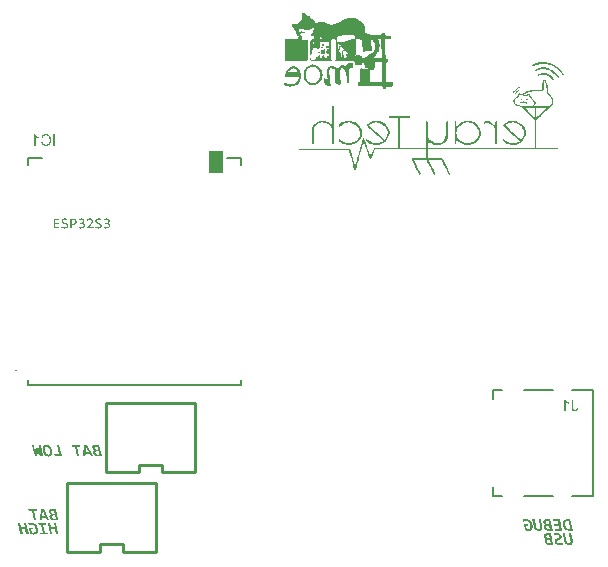
<source format=gbo>
G04*
G04 #@! TF.GenerationSoftware,Altium Limited,Altium Designer,24.3.1 (35)*
G04*
G04 Layer_Color=32896*
%FSLAX44Y44*%
%MOMM*%
G71*
G04*
G04 #@! TF.SameCoordinates,F933E494-0B61-492B-8715-CC6E50B89988*
G04*
G04*
G04 #@! TF.FilePolarity,Positive*
G04*
G01*
G75*
%ADD11C,0.2000*%
%ADD16C,0.1000*%
%ADD59C,0.2540*%
%ADD88R,1.1430X1.9050*%
G36*
X624938Y11774D02*
X625333Y11741D01*
X625679Y11691D01*
X625975Y11625D01*
X626222Y11560D01*
X626321Y11543D01*
X626403Y11510D01*
X626485Y11494D01*
X626535Y11477D01*
X626551Y11461D01*
X626568D01*
X626880Y11329D01*
X627177Y11198D01*
X627424Y11066D01*
X627654Y10918D01*
X627835Y10802D01*
X627967Y10704D01*
X628049Y10638D01*
X628082Y10621D01*
X628312Y10424D01*
X628526Y10210D01*
X628708Y10012D01*
X628856Y9831D01*
X628987Y9667D01*
X629070Y9535D01*
X629135Y9453D01*
X629152Y9420D01*
X629300Y9173D01*
X629432Y8910D01*
X629563Y8679D01*
X629662Y8465D01*
X629744Y8284D01*
X629794Y8152D01*
X629827Y8054D01*
X629843Y8037D01*
Y8021D01*
X629925Y7757D01*
X630008Y7494D01*
X630074Y7264D01*
X630123Y7050D01*
X630156Y6869D01*
X630189Y6721D01*
X630205Y6638D01*
Y6622D01*
Y6605D01*
X630238Y6359D01*
X630255Y6112D01*
X630288Y5898D01*
Y5717D01*
X630304Y5552D01*
Y5437D01*
Y5371D01*
Y5338D01*
X630288Y5025D01*
X630271Y4746D01*
X630238Y4482D01*
X630189Y4268D01*
X630140Y4071D01*
X630107Y3939D01*
X630090Y3857D01*
X630074Y3824D01*
X629975Y3593D01*
X629860Y3379D01*
X629744Y3182D01*
X629629Y3017D01*
X629530Y2886D01*
X629448Y2787D01*
X629382Y2721D01*
X629366Y2704D01*
X629185Y2540D01*
X629004Y2408D01*
X628806Y2277D01*
X628625Y2194D01*
X628477Y2112D01*
X628362Y2063D01*
X628280Y2030D01*
X628247Y2013D01*
X627983Y1931D01*
X627720Y1882D01*
X627473Y1832D01*
X627243Y1816D01*
X627029Y1799D01*
X626880Y1783D01*
X626420D01*
X626123Y1799D01*
X625860Y1832D01*
X625630Y1865D01*
X625432Y1882D01*
X625284Y1914D01*
X625202Y1931D01*
X625169D01*
X624905Y1997D01*
X624642Y2063D01*
X624412Y2145D01*
X624198Y2211D01*
X624017Y2277D01*
X623868Y2326D01*
X623786Y2359D01*
X623753Y2375D01*
X622700Y7544D01*
X626156D01*
X626436Y6046D01*
X624807D01*
X625317Y3560D01*
X625481Y3511D01*
X625630Y3478D01*
X625745Y3445D01*
X625778D01*
X625959Y3429D01*
X626156Y3412D01*
X626551D01*
X626732Y3429D01*
X626897Y3445D01*
X627029Y3478D01*
X627144Y3495D01*
X627226Y3511D01*
X627276Y3528D01*
X627292D01*
X627555Y3643D01*
X627654Y3708D01*
X627753Y3774D01*
X627835Y3824D01*
X627884Y3873D01*
X627918Y3890D01*
X627934Y3906D01*
X628098Y4120D01*
X628214Y4317D01*
X628247Y4400D01*
X628280Y4466D01*
X628296Y4515D01*
Y4532D01*
X628345Y4828D01*
X628378Y4976D01*
Y5108D01*
X628395Y5223D01*
Y5305D01*
Y5371D01*
Y5387D01*
X628378Y5733D01*
X628362Y5898D01*
X628345Y6062D01*
Y6177D01*
X628329Y6293D01*
X628312Y6359D01*
Y6375D01*
X628230Y6770D01*
X628197Y6951D01*
X628148Y7116D01*
X628115Y7247D01*
X628082Y7362D01*
X628049Y7428D01*
Y7445D01*
X627901Y7840D01*
X627819Y8004D01*
X627753Y8152D01*
X627687Y8284D01*
X627638Y8383D01*
X627605Y8449D01*
X627588Y8465D01*
X627473Y8646D01*
X627358Y8811D01*
X627226Y8959D01*
X627127Y9074D01*
X627029Y9173D01*
X626946Y9255D01*
X626897Y9305D01*
X626880Y9321D01*
X626551Y9585D01*
X626403Y9683D01*
X626255Y9765D01*
X626123Y9831D01*
X626025Y9881D01*
X625942Y9914D01*
X625926Y9930D01*
X625712Y10012D01*
X625498Y10062D01*
X625300Y10111D01*
X625119Y10128D01*
X624955Y10144D01*
X624823Y10160D01*
X624461D01*
X624214Y10128D01*
X624000Y10111D01*
X623819Y10078D01*
X623655Y10045D01*
X623523Y10029D01*
X623457Y9996D01*
X623424D01*
X623194Y9947D01*
X622980Y9881D01*
X622799Y9831D01*
X622634Y9782D01*
X622502Y9733D01*
X622404Y9700D01*
X622338Y9683D01*
X622321Y9667D01*
X621959Y11346D01*
X622404Y11477D01*
X622618Y11527D01*
X622799Y11576D01*
X622963Y11609D01*
X623095Y11642D01*
X623177Y11658D01*
X623210D01*
X623687Y11741D01*
X623918Y11757D01*
X624115Y11774D01*
X624280Y11790D01*
X624527D01*
X624938Y11774D01*
D02*
G37*
G36*
X638501Y5354D02*
X638567Y4959D01*
X638583Y4778D01*
X638600Y4614D01*
X638616Y4482D01*
Y4383D01*
Y4317D01*
Y4301D01*
Y4087D01*
X638600Y3890D01*
X638567Y3725D01*
X638534Y3560D01*
X638517Y3445D01*
X638484Y3346D01*
X638468Y3281D01*
Y3264D01*
X638402Y3099D01*
X638320Y2951D01*
X638221Y2803D01*
X638139Y2688D01*
X638056Y2589D01*
X638007Y2524D01*
X637958Y2474D01*
X637941Y2458D01*
X637793Y2342D01*
X637645Y2244D01*
X637480Y2145D01*
X637332Y2079D01*
X637201Y2030D01*
X637102Y1980D01*
X637036Y1964D01*
X637003Y1947D01*
X636772Y1898D01*
X636542Y1849D01*
X636312Y1816D01*
X636098Y1799D01*
X635917D01*
X635769Y1783D01*
X635637D01*
X635324Y1799D01*
X635028Y1816D01*
X634765Y1849D01*
X634534Y1882D01*
X634353Y1914D01*
X634205Y1947D01*
X634123Y1980D01*
X634090D01*
X633826Y2063D01*
X633596Y2178D01*
X633382Y2277D01*
X633201Y2392D01*
X633053Y2491D01*
X632954Y2573D01*
X632872Y2622D01*
X632855Y2639D01*
X632674Y2820D01*
X632493Y3001D01*
X632345Y3182D01*
X632213Y3363D01*
X632115Y3528D01*
X632049Y3643D01*
X631999Y3725D01*
X631983Y3758D01*
X631851Y4021D01*
X631753Y4285D01*
X631654Y4564D01*
X631571Y4811D01*
X631522Y5025D01*
X631473Y5206D01*
X631456Y5272D01*
X631440Y5321D01*
Y5338D01*
Y5354D01*
X630172Y11625D01*
X631999D01*
X633267Y5371D01*
X633300Y5173D01*
X633349Y4992D01*
X633398Y4828D01*
X633448Y4680D01*
X633481Y4564D01*
X633514Y4482D01*
X633530Y4433D01*
X633546Y4416D01*
X633695Y4153D01*
X633760Y4038D01*
X633843Y3939D01*
X633892Y3857D01*
X633941Y3807D01*
X633974Y3774D01*
X633991Y3758D01*
X634205Y3593D01*
X634402Y3478D01*
X634485Y3429D01*
X634551Y3396D01*
X634600Y3379D01*
X634616D01*
X634880Y3330D01*
X635143Y3297D01*
X635242Y3281D01*
X635406D01*
X635670Y3297D01*
X635769D01*
X635867Y3313D01*
X635950Y3330D01*
X635999D01*
X636032Y3346D01*
X636048D01*
X636229Y3412D01*
X636361Y3495D01*
X636443Y3560D01*
X636476Y3577D01*
X636575Y3708D01*
X636641Y3840D01*
X636690Y3939D01*
X636707Y3955D01*
Y3972D01*
X636740Y4153D01*
X636756Y4317D01*
X636772Y4400D01*
Y4449D01*
Y4482D01*
Y4499D01*
X636756Y4778D01*
X636740Y4910D01*
X636723Y5042D01*
Y5141D01*
X636707Y5223D01*
X636690Y5289D01*
Y5305D01*
X635423Y11625D01*
X637233D01*
X638501Y5354D01*
D02*
G37*
G36*
X664210Y1947D02*
X661692D01*
X661313Y1964D01*
X660984Y1980D01*
X660671Y2013D01*
X660408Y2046D01*
X660194Y2079D01*
X660029Y2112D01*
X659980Y2128D01*
X659931Y2145D01*
X659898D01*
X659618Y2227D01*
X659338Y2326D01*
X659108Y2425D01*
X658894Y2507D01*
X658729Y2589D01*
X658597Y2655D01*
X658532Y2688D01*
X658499Y2704D01*
X658285Y2836D01*
X658087Y2984D01*
X657906Y3116D01*
X657758Y3231D01*
X657626Y3346D01*
X657544Y3429D01*
X657478Y3495D01*
X657462Y3511D01*
X657166Y3873D01*
X657050Y4038D01*
X656935Y4186D01*
X656853Y4317D01*
X656787Y4416D01*
X656754Y4482D01*
X656738Y4499D01*
X656524Y4894D01*
X656441Y5075D01*
X656375Y5239D01*
X656310Y5371D01*
X656277Y5470D01*
X656244Y5552D01*
Y5568D01*
X656128Y5963D01*
X656079Y6144D01*
X656030Y6293D01*
X655997Y6424D01*
X655980Y6539D01*
X655964Y6605D01*
Y6622D01*
X655898Y6984D01*
X655882Y7149D01*
X655865Y7280D01*
X655849Y7395D01*
X655832Y7478D01*
Y7544D01*
Y7560D01*
X655816Y7725D01*
X655799Y7856D01*
Y7988D01*
X655783Y8103D01*
Y8185D01*
Y8251D01*
Y8284D01*
Y8301D01*
X655799Y8597D01*
X655816Y8893D01*
X655865Y9140D01*
X655931Y9387D01*
X655997Y9617D01*
X656079Y9815D01*
X656161Y9996D01*
X656244Y10160D01*
X656342Y10309D01*
X656425Y10440D01*
X656507Y10539D01*
X656573Y10638D01*
X656639Y10704D01*
X656688Y10753D01*
X656705Y10769D01*
X656721Y10786D01*
X656902Y10934D01*
X657116Y11066D01*
X657330Y11181D01*
X657544Y11280D01*
X658005Y11428D01*
X658466Y11527D01*
X658680Y11560D01*
X658877Y11576D01*
X659042Y11593D01*
X659206Y11609D01*
X659322Y11625D01*
X662268D01*
X664210Y1947D01*
D02*
G37*
G36*
X655141D02*
X649331D01*
X649018Y3495D01*
X652985D01*
X652458Y6177D01*
X648656D01*
X648360Y7675D01*
X652162D01*
X651668Y10078D01*
X647701D01*
X647372Y11625D01*
X653199D01*
X655141Y1947D01*
D02*
G37*
G36*
X647208D02*
X643866D01*
X643554Y1980D01*
X643274Y1997D01*
X643027Y2030D01*
X642830Y2063D01*
X642681Y2079D01*
X642583Y2112D01*
X642550D01*
X642303Y2178D01*
X642072Y2244D01*
X641858Y2326D01*
X641694Y2392D01*
X641546Y2458D01*
X641447Y2507D01*
X641381Y2540D01*
X641365Y2556D01*
X641184Y2672D01*
X641035Y2770D01*
X640904Y2886D01*
X640789Y2984D01*
X640690Y3067D01*
X640624Y3133D01*
X640591Y3182D01*
X640575Y3198D01*
X640361Y3462D01*
X640278Y3593D01*
X640212Y3708D01*
X640163Y3807D01*
X640130Y3873D01*
X640097Y3923D01*
Y3939D01*
X639982Y4219D01*
X639933Y4334D01*
X639900Y4449D01*
X639883Y4532D01*
X639867Y4597D01*
X639850Y4647D01*
Y4663D01*
X639818Y4910D01*
X639801Y5025D01*
X639785Y5124D01*
Y5190D01*
Y5256D01*
Y5289D01*
Y5305D01*
X639801Y5536D01*
X639834Y5717D01*
X639850Y5799D01*
X639867Y5848D01*
X639883Y5881D01*
Y5898D01*
X639966Y6095D01*
X640064Y6260D01*
X640097Y6326D01*
X640130Y6375D01*
X640147Y6391D01*
X640163Y6408D01*
X640311Y6572D01*
X640459Y6688D01*
X640509Y6721D01*
X640558Y6754D01*
X640591Y6786D01*
X640608D01*
X640805Y6885D01*
X641003Y6951D01*
X641085Y6984D01*
X641151D01*
X641184Y7000D01*
X641200D01*
X640904Y7132D01*
X640772Y7198D01*
X640673Y7247D01*
X640575Y7313D01*
X640509Y7362D01*
X640459Y7379D01*
X640443Y7395D01*
X640196Y7609D01*
X640097Y7708D01*
X639999Y7807D01*
X639933Y7889D01*
X639883Y7955D01*
X639850Y8004D01*
X639834Y8021D01*
X639653Y8301D01*
X639587Y8432D01*
X639521Y8547D01*
X639488Y8663D01*
X639455Y8745D01*
X639422Y8794D01*
Y8811D01*
X639340Y9140D01*
X639307Y9288D01*
X639291Y9420D01*
X639274Y9535D01*
Y9634D01*
Y9700D01*
Y9716D01*
X639307Y9996D01*
X639324Y10128D01*
X639357Y10243D01*
X639389Y10325D01*
X639406Y10391D01*
X639439Y10440D01*
Y10457D01*
X639505Y10589D01*
X639587Y10704D01*
X639669Y10802D01*
X639752Y10901D01*
X639834Y10967D01*
X639883Y11016D01*
X639933Y11049D01*
X639949Y11066D01*
X640081Y11164D01*
X640245Y11247D01*
X640542Y11379D01*
X640673Y11411D01*
X640772Y11444D01*
X640838Y11477D01*
X640871D01*
X641085Y11527D01*
X641315Y11560D01*
X641546Y11593D01*
X641760Y11609D01*
X641957Y11625D01*
X645266D01*
X647208Y1947D01*
D02*
G37*
G36*
X664095Y-6588D02*
X664161Y-6983D01*
X664177Y-7164D01*
X664193Y-7329D01*
X664210Y-7461D01*
Y-7559D01*
Y-7625D01*
Y-7642D01*
Y-7856D01*
X664193Y-8053D01*
X664161Y-8218D01*
X664128Y-8382D01*
X664111Y-8498D01*
X664078Y-8596D01*
X664062Y-8662D01*
Y-8679D01*
X663996Y-8843D01*
X663914Y-8991D01*
X663815Y-9140D01*
X663733Y-9255D01*
X663650Y-9354D01*
X663601Y-9419D01*
X663552Y-9469D01*
X663535Y-9485D01*
X663387Y-9600D01*
X663239Y-9699D01*
X663074Y-9798D01*
X662926Y-9864D01*
X662794Y-9913D01*
X662696Y-9962D01*
X662630Y-9979D01*
X662597Y-9995D01*
X662367Y-10045D01*
X662136Y-10094D01*
X661906Y-10127D01*
X661692Y-10144D01*
X661511D01*
X661363Y-10160D01*
X661231D01*
X660918Y-10144D01*
X660622Y-10127D01*
X660359Y-10094D01*
X660128Y-10061D01*
X659947Y-10028D01*
X659799Y-9995D01*
X659717Y-9962D01*
X659684D01*
X659420Y-9880D01*
X659190Y-9765D01*
X658976Y-9666D01*
X658795Y-9551D01*
X658647Y-9452D01*
X658548Y-9370D01*
X658466Y-9321D01*
X658449Y-9304D01*
X658268Y-9123D01*
X658087Y-8942D01*
X657939Y-8761D01*
X657807Y-8580D01*
X657709Y-8415D01*
X657643Y-8300D01*
X657593Y-8218D01*
X657577Y-8185D01*
X657445Y-7922D01*
X657346Y-7658D01*
X657248Y-7378D01*
X657166Y-7132D01*
X657116Y-6917D01*
X657067Y-6737D01*
X657050Y-6671D01*
X657034Y-6621D01*
Y-6605D01*
Y-6588D01*
X655766Y-317D01*
X657593D01*
X658861Y-6572D01*
X658894Y-6769D01*
X658943Y-6951D01*
X658992Y-7115D01*
X659042Y-7263D01*
X659075Y-7378D01*
X659108Y-7461D01*
X659124Y-7510D01*
X659141Y-7527D01*
X659289Y-7790D01*
X659354Y-7905D01*
X659437Y-8004D01*
X659486Y-8086D01*
X659536Y-8135D01*
X659568Y-8168D01*
X659585Y-8185D01*
X659799Y-8349D01*
X659996Y-8465D01*
X660079Y-8514D01*
X660145Y-8547D01*
X660194Y-8564D01*
X660210D01*
X660474Y-8613D01*
X660737Y-8646D01*
X660836Y-8662D01*
X661001D01*
X661264Y-8646D01*
X661363D01*
X661461Y-8629D01*
X661544Y-8613D01*
X661593D01*
X661626Y-8596D01*
X661642D01*
X661823Y-8530D01*
X661955Y-8448D01*
X662037Y-8382D01*
X662070Y-8366D01*
X662169Y-8234D01*
X662235Y-8103D01*
X662284Y-8004D01*
X662301Y-7987D01*
Y-7971D01*
X662334Y-7790D01*
X662350Y-7625D01*
X662367Y-7543D01*
Y-7494D01*
Y-7461D01*
Y-7444D01*
X662350Y-7164D01*
X662334Y-7033D01*
X662317Y-6901D01*
Y-6802D01*
X662301Y-6720D01*
X662284Y-6654D01*
Y-6638D01*
X661017Y-317D01*
X662827D01*
X664095Y-6588D01*
D02*
G37*
G36*
X647767Y-9995D02*
X644426D01*
X644113Y-9962D01*
X643833Y-9946D01*
X643587Y-9913D01*
X643389Y-9880D01*
X643241Y-9864D01*
X643142Y-9831D01*
X643109D01*
X642862Y-9765D01*
X642632Y-9699D01*
X642418Y-9617D01*
X642253Y-9551D01*
X642105Y-9485D01*
X642007Y-9436D01*
X641941Y-9403D01*
X641924Y-9386D01*
X641743Y-9271D01*
X641595Y-9172D01*
X641463Y-9057D01*
X641348Y-8959D01*
X641249Y-8876D01*
X641184Y-8810D01*
X641151Y-8761D01*
X641134Y-8745D01*
X640920Y-8481D01*
X640838Y-8349D01*
X640772Y-8234D01*
X640723Y-8135D01*
X640690Y-8070D01*
X640657Y-8020D01*
Y-8004D01*
X640542Y-7724D01*
X640492Y-7609D01*
X640459Y-7494D01*
X640443Y-7411D01*
X640426Y-7345D01*
X640410Y-7296D01*
Y-7280D01*
X640377Y-7033D01*
X640361Y-6917D01*
X640344Y-6819D01*
Y-6753D01*
Y-6687D01*
Y-6654D01*
Y-6638D01*
X640361Y-6407D01*
X640394Y-6226D01*
X640410Y-6144D01*
X640426Y-6095D01*
X640443Y-6062D01*
Y-6045D01*
X640525Y-5848D01*
X640624Y-5683D01*
X640657Y-5617D01*
X640690Y-5568D01*
X640706Y-5551D01*
X640723Y-5535D01*
X640871Y-5370D01*
X641019Y-5255D01*
X641068Y-5222D01*
X641118Y-5189D01*
X641151Y-5156D01*
X641167D01*
X641365Y-5058D01*
X641562Y-4992D01*
X641644Y-4959D01*
X641710D01*
X641743Y-4942D01*
X641760D01*
X641463Y-4811D01*
X641332Y-4745D01*
X641233Y-4696D01*
X641134Y-4630D01*
X641068Y-4580D01*
X641019Y-4564D01*
X641003Y-4547D01*
X640756Y-4333D01*
X640657Y-4235D01*
X640558Y-4136D01*
X640492Y-4054D01*
X640443Y-3988D01*
X640410Y-3938D01*
X640394Y-3922D01*
X640212Y-3642D01*
X640147Y-3510D01*
X640081Y-3395D01*
X640048Y-3280D01*
X640015Y-3198D01*
X639982Y-3148D01*
Y-3132D01*
X639900Y-2803D01*
X639867Y-2655D01*
X639850Y-2523D01*
X639834Y-2408D01*
Y-2309D01*
Y-2243D01*
Y-2227D01*
X639867Y-1947D01*
X639883Y-1815D01*
X639916Y-1700D01*
X639949Y-1618D01*
X639966Y-1552D01*
X639999Y-1503D01*
Y-1486D01*
X640064Y-1354D01*
X640147Y-1239D01*
X640229Y-1140D01*
X640311Y-1042D01*
X640394Y-976D01*
X640443Y-926D01*
X640492Y-894D01*
X640509Y-877D01*
X640640Y-778D01*
X640805Y-696D01*
X641101Y-564D01*
X641233Y-531D01*
X641332Y-498D01*
X641397Y-465D01*
X641431D01*
X641644Y-416D01*
X641875Y-383D01*
X642105Y-350D01*
X642319Y-334D01*
X642517Y-317D01*
X645825D01*
X647767Y-9995D01*
D02*
G37*
G36*
X651059Y-169D02*
X651421Y-186D01*
X651750Y-235D01*
X652030Y-284D01*
X652261Y-334D01*
X652425Y-367D01*
X652491Y-383D01*
X652540Y-400D01*
X652557Y-416D01*
X652573D01*
X652853Y-515D01*
X653117Y-630D01*
X653331Y-745D01*
X653512Y-861D01*
X653676Y-959D01*
X653775Y-1042D01*
X653857Y-1091D01*
X653874Y-1107D01*
X654055Y-1272D01*
X654203Y-1437D01*
X654334Y-1601D01*
X654450Y-1766D01*
X654532Y-1898D01*
X654581Y-1996D01*
X654614Y-2062D01*
X654631Y-2095D01*
X654713Y-2292D01*
X654779Y-2506D01*
X654812Y-2688D01*
X654845Y-2869D01*
X654861Y-3017D01*
X654878Y-3132D01*
Y-3198D01*
Y-3231D01*
Y-3412D01*
X654845Y-3576D01*
X654828Y-3724D01*
X654795Y-3840D01*
X654762Y-3938D01*
X654746Y-4021D01*
X654713Y-4070D01*
Y-4087D01*
X654581Y-4333D01*
X654499Y-4449D01*
X654433Y-4547D01*
X654367Y-4613D01*
X654318Y-4679D01*
X654285Y-4712D01*
X654269Y-4728D01*
X654055Y-4926D01*
X653857Y-5074D01*
X653775Y-5140D01*
X653709Y-5189D01*
X653660Y-5206D01*
X653643Y-5222D01*
X653380Y-5370D01*
X653166Y-5486D01*
X653067Y-5535D01*
X653001Y-5568D01*
X652952Y-5584D01*
X652935Y-5601D01*
X652656Y-5716D01*
X652540Y-5782D01*
X652425Y-5831D01*
X652343Y-5864D01*
X652277Y-5897D01*
X652228Y-5930D01*
X652211D01*
X651964Y-6045D01*
X651767Y-6160D01*
X651684Y-6210D01*
X651635Y-6243D01*
X651602Y-6259D01*
X651586Y-6276D01*
X651405Y-6424D01*
X651257Y-6555D01*
X651174Y-6654D01*
X651141Y-6671D01*
Y-6687D01*
X651076Y-6769D01*
X651043Y-6868D01*
X650977Y-7049D01*
Y-7115D01*
X650960Y-7181D01*
Y-7214D01*
Y-7230D01*
X650977Y-7428D01*
X651026Y-7576D01*
X651043Y-7642D01*
X651076Y-7691D01*
X651092Y-7724D01*
Y-7740D01*
X651207Y-7905D01*
X651339Y-8037D01*
X651454Y-8119D01*
X651487Y-8135D01*
X651504Y-8152D01*
X651718Y-8267D01*
X651948Y-8366D01*
X652047Y-8399D01*
X652129Y-8432D01*
X652178Y-8448D01*
X652195D01*
X652524Y-8498D01*
X652689Y-8530D01*
X652837D01*
X652985Y-8547D01*
X653446D01*
X653660Y-8530D01*
X653758D01*
X653824Y-8514D01*
X653890D01*
X654153Y-8481D01*
X654367Y-8448D01*
X654466Y-8432D01*
X654532D01*
X654581Y-8415D01*
X654598D01*
X654845Y-8366D01*
X655075Y-8300D01*
X655157Y-8284D01*
X655223Y-8267D01*
X655273Y-8251D01*
X655289D01*
X655536Y-8168D01*
X655750Y-8103D01*
X655832Y-8070D01*
X655898Y-8053D01*
X655931Y-8037D01*
X655947D01*
X656293Y-9748D01*
X655816Y-9880D01*
X655585Y-9946D01*
X655371Y-9979D01*
X655207Y-10012D01*
X655059Y-10045D01*
X654976Y-10061D01*
X654943D01*
X654400Y-10111D01*
X654153Y-10144D01*
X653906D01*
X653709Y-10160D01*
X653413D01*
X653034Y-10144D01*
X652689Y-10127D01*
X652376Y-10094D01*
X652096Y-10045D01*
X651866Y-10012D01*
X651701Y-9979D01*
X651635Y-9962D01*
X651586D01*
X651569Y-9946D01*
X651553D01*
X651257Y-9847D01*
X650977Y-9748D01*
X650730Y-9633D01*
X650516Y-9535D01*
X650351Y-9436D01*
X650220Y-9354D01*
X650154Y-9304D01*
X650121Y-9288D01*
X649907Y-9123D01*
X649726Y-8942D01*
X649578Y-8761D01*
X649446Y-8596D01*
X649347Y-8465D01*
X649265Y-8349D01*
X649232Y-8284D01*
X649216Y-8251D01*
X649100Y-8020D01*
X649018Y-7773D01*
X648969Y-7543D01*
X648919Y-7345D01*
X648903Y-7148D01*
X648886Y-7016D01*
Y-6917D01*
Y-6885D01*
Y-6704D01*
X648919Y-6555D01*
X648936Y-6407D01*
X648969Y-6276D01*
X649002Y-6177D01*
X649035Y-6095D01*
X649051Y-6045D01*
X649068Y-6029D01*
X649199Y-5765D01*
X649281Y-5650D01*
X649347Y-5551D01*
X649413Y-5486D01*
X649463Y-5420D01*
X649495Y-5387D01*
X649512Y-5370D01*
X649726Y-5173D01*
X649940Y-5025D01*
X650022Y-4959D01*
X650088Y-4909D01*
X650137Y-4893D01*
X650154Y-4877D01*
X650417Y-4712D01*
X650648Y-4580D01*
X650746Y-4531D01*
X650812Y-4498D01*
X650862Y-4465D01*
X650878D01*
X651141Y-4333D01*
X651273Y-4284D01*
X651372Y-4235D01*
X651471Y-4185D01*
X651536Y-4169D01*
X651586Y-4136D01*
X651602D01*
X651849Y-4004D01*
X652047Y-3905D01*
X652113Y-3856D01*
X652178Y-3823D01*
X652211Y-3790D01*
X652228D01*
X652409Y-3659D01*
X652557Y-3527D01*
X652639Y-3428D01*
X652672Y-3412D01*
Y-3395D01*
X652771Y-3231D01*
X652820Y-3066D01*
Y-3000D01*
X652837Y-2951D01*
Y-2918D01*
Y-2901D01*
X652820Y-2737D01*
X652771Y-2589D01*
X652738Y-2490D01*
X652721Y-2474D01*
Y-2457D01*
X652623Y-2292D01*
X652507Y-2177D01*
X652409Y-2112D01*
X652392Y-2078D01*
X652376D01*
X652178Y-1963D01*
X651964Y-1881D01*
X651882Y-1848D01*
X651816Y-1832D01*
X651767Y-1815D01*
X651750D01*
X651454Y-1749D01*
X651290Y-1733D01*
X651158D01*
X651026Y-1716D01*
X650631D01*
X650450Y-1733D01*
X650384D01*
X650318Y-1749D01*
X650269D01*
X650055Y-1782D01*
X649874Y-1799D01*
X649792Y-1815D01*
X649742D01*
X649709Y-1832D01*
X649693D01*
X649479Y-1865D01*
X649298Y-1898D01*
X649232Y-1914D01*
X649183D01*
X649150Y-1930D01*
X649133D01*
X648936Y-1980D01*
X648788Y-2013D01*
X648722Y-2029D01*
X648672Y-2046D01*
X648656Y-2062D01*
X648640D01*
X648310Y-449D01*
X648492Y-416D01*
X648656Y-383D01*
X648722Y-367D01*
X648771Y-350D01*
X648821D01*
X649018Y-301D01*
X649199Y-268D01*
X649281D01*
X649347Y-252D01*
X649397D01*
X649627Y-219D01*
X649841Y-202D01*
X649923D01*
X649989Y-186D01*
X650039D01*
X650269Y-169D01*
X650467Y-153D01*
X650664D01*
X651059Y-169D01*
D02*
G37*
G36*
X215526Y64935D02*
X213435D01*
X211872Y67881D01*
X211246Y69132D01*
X211148Y67914D01*
X210818Y64935D01*
X208761D01*
X206276Y74613D01*
X207823D01*
X209354Y68226D01*
X209683Y66712D01*
X209798Y67996D01*
X210193Y71666D01*
X211345D01*
X213090Y68210D01*
X213847Y66696D01*
X213567Y68408D01*
X212530Y74613D01*
X214127D01*
X215526Y64935D01*
D02*
G37*
G36*
X265430D02*
X262089D01*
X261776Y64967D01*
X261496Y64984D01*
X261249Y65017D01*
X261052Y65050D01*
X260904Y65066D01*
X260805Y65099D01*
X260772D01*
X260525Y65165D01*
X260295Y65231D01*
X260081Y65313D01*
X259916Y65379D01*
X259768Y65445D01*
X259669Y65494D01*
X259603Y65527D01*
X259587Y65544D01*
X259406Y65659D01*
X259258Y65758D01*
X259126Y65873D01*
X259011Y65971D01*
X258912Y66054D01*
X258846Y66120D01*
X258813Y66169D01*
X258797Y66185D01*
X258583Y66449D01*
X258501Y66581D01*
X258435Y66696D01*
X258386Y66795D01*
X258353Y66860D01*
X258320Y66910D01*
Y66926D01*
X258204Y67206D01*
X258155Y67321D01*
X258122Y67436D01*
X258106Y67519D01*
X258089Y67585D01*
X258073Y67634D01*
Y67650D01*
X258040Y67897D01*
X258023Y68012D01*
X258007Y68111D01*
Y68177D01*
Y68243D01*
Y68276D01*
Y68292D01*
X258023Y68523D01*
X258056Y68704D01*
X258073Y68786D01*
X258089Y68835D01*
X258106Y68868D01*
Y68885D01*
X258188Y69082D01*
X258287Y69247D01*
X258320Y69313D01*
X258353Y69362D01*
X258369Y69379D01*
X258386Y69395D01*
X258534Y69560D01*
X258682Y69675D01*
X258731Y69708D01*
X258780Y69741D01*
X258813Y69774D01*
X258830D01*
X259027Y69872D01*
X259225Y69938D01*
X259307Y69971D01*
X259373D01*
X259406Y69988D01*
X259422D01*
X259126Y70119D01*
X258995Y70185D01*
X258896Y70234D01*
X258797Y70300D01*
X258731Y70350D01*
X258682Y70366D01*
X258665Y70383D01*
X258418Y70597D01*
X258320Y70695D01*
X258221Y70794D01*
X258155Y70876D01*
X258106Y70942D01*
X258073Y70992D01*
X258056Y71008D01*
X257875Y71288D01*
X257809Y71420D01*
X257744Y71535D01*
X257711Y71650D01*
X257678Y71732D01*
X257645Y71782D01*
Y71798D01*
X257563Y72127D01*
X257530Y72275D01*
X257513Y72407D01*
X257497Y72522D01*
Y72621D01*
Y72687D01*
Y72703D01*
X257530Y72983D01*
X257546Y73115D01*
X257579Y73230D01*
X257612Y73312D01*
X257628Y73378D01*
X257661Y73428D01*
Y73444D01*
X257727Y73576D01*
X257809Y73691D01*
X257892Y73790D01*
X257974Y73888D01*
X258056Y73954D01*
X258106Y74004D01*
X258155Y74036D01*
X258172Y74053D01*
X258303Y74152D01*
X258468Y74234D01*
X258764Y74366D01*
X258896Y74399D01*
X258995Y74432D01*
X259060Y74465D01*
X259093D01*
X259307Y74514D01*
X259538Y74547D01*
X259768Y74580D01*
X259982Y74596D01*
X260180Y74613D01*
X263488D01*
X265430Y64935D01*
D02*
G37*
G36*
X258007D02*
X256114D01*
X255192Y66844D01*
X251802D01*
X251654Y64935D01*
X249728D01*
X250650Y74613D01*
X253201D01*
X258007Y64935D01*
D02*
G37*
G36*
X247473Y73098D02*
X244823D01*
X246436Y64935D01*
X244576D01*
X242963Y73098D01*
X240313D01*
X239984Y74613D01*
X247160D01*
X247473Y73098D01*
D02*
G37*
G36*
X231541Y64935D02*
X225599D01*
X225286Y66498D01*
X229384D01*
X227755Y74613D01*
X229598D01*
X231541Y64935D01*
D02*
G37*
G36*
X218949Y74761D02*
X219245Y74728D01*
X219525Y74678D01*
X219756Y74629D01*
X219953Y74580D01*
X220101Y74530D01*
X220200Y74497D01*
X220217Y74481D01*
X220233D01*
X220496Y74366D01*
X220727Y74234D01*
X220941Y74102D01*
X221138Y73971D01*
X221286Y73856D01*
X221402Y73757D01*
X221467Y73691D01*
X221500Y73674D01*
X221698Y73477D01*
X221879Y73279D01*
X222043Y73082D01*
X222175Y72901D01*
X222290Y72753D01*
X222389Y72621D01*
X222439Y72539D01*
X222455Y72506D01*
X222718Y71996D01*
X222834Y71749D01*
X222932Y71535D01*
X223015Y71354D01*
X223064Y71206D01*
X223097Y71107D01*
X223113Y71090D01*
Y71074D01*
X223278Y70531D01*
X223344Y70267D01*
X223393Y70037D01*
X223443Y69839D01*
X223459Y69675D01*
X223492Y69576D01*
Y69560D01*
Y69543D01*
X223525Y69263D01*
X223558Y68984D01*
X223574Y68720D01*
X223591Y68490D01*
X223607Y68309D01*
Y68161D01*
Y68062D01*
Y68045D01*
Y68029D01*
X223591Y67733D01*
X223574Y67469D01*
X223525Y67206D01*
X223475Y66975D01*
X223426Y66762D01*
X223344Y66564D01*
X223278Y66383D01*
X223196Y66218D01*
X223130Y66070D01*
X223048Y65939D01*
X222982Y65840D01*
X222932Y65758D01*
X222866Y65675D01*
X222834Y65626D01*
X222817Y65609D01*
X222801Y65593D01*
X222636Y65445D01*
X222472Y65330D01*
X222290Y65214D01*
X222093Y65116D01*
X221714Y64967D01*
X221336Y64869D01*
X221007Y64819D01*
X220858Y64803D01*
X220727Y64787D01*
X220628Y64770D01*
X220480D01*
X220151Y64787D01*
X219855Y64819D01*
X219591Y64852D01*
X219344Y64918D01*
X219147Y64967D01*
X219015Y65000D01*
X218916Y65033D01*
X218883Y65050D01*
X218620Y65165D01*
X218373Y65297D01*
X218159Y65428D01*
X217978Y65560D01*
X217830Y65675D01*
X217715Y65774D01*
X217633Y65840D01*
X217616Y65856D01*
X217418Y66054D01*
X217237Y66251D01*
X217073Y66449D01*
X216925Y66630D01*
X216810Y66795D01*
X216727Y66910D01*
X216678Y66992D01*
X216661Y67025D01*
X216513Y67272D01*
X216382Y67535D01*
X216266Y67766D01*
X216184Y67979D01*
X216102Y68177D01*
X216052Y68309D01*
X216019Y68408D01*
X216003Y68440D01*
X215822Y69000D01*
X215756Y69263D01*
X215707Y69494D01*
X215657Y69691D01*
X215625Y69856D01*
X215608Y69955D01*
Y69971D01*
Y69988D01*
X215559Y70284D01*
X215526Y70564D01*
X215509Y70827D01*
X215493Y71057D01*
X215476Y71238D01*
Y71387D01*
Y71485D01*
Y71518D01*
X215493Y71814D01*
X215509Y72078D01*
X215559Y72325D01*
X215608Y72572D01*
X215674Y72786D01*
X215740Y72983D01*
X215805Y73164D01*
X215888Y73329D01*
X215970Y73460D01*
X216036Y73592D01*
X216102Y73691D01*
X216168Y73790D01*
X216217Y73856D01*
X216266Y73905D01*
X216283Y73921D01*
X216299Y73938D01*
X216464Y74086D01*
X216628Y74218D01*
X216810Y74333D01*
X217007Y74432D01*
X217386Y74580D01*
X217764Y74678D01*
X218093Y74728D01*
X218242Y74744D01*
X218373Y74761D01*
X218472Y74777D01*
X218620D01*
X218949Y74761D01*
D02*
G37*
G36*
X228600Y10673D02*
X225259D01*
X224946Y10706D01*
X224666Y10722D01*
X224419Y10755D01*
X224222Y10788D01*
X224074Y10805D01*
X223975Y10837D01*
X223942D01*
X223695Y10903D01*
X223465Y10969D01*
X223251Y11051D01*
X223086Y11117D01*
X222938Y11183D01*
X222839Y11232D01*
X222773Y11265D01*
X222757Y11282D01*
X222576Y11397D01*
X222428Y11496D01*
X222296Y11611D01*
X222181Y11710D01*
X222082Y11792D01*
X222016Y11858D01*
X221983Y11907D01*
X221967Y11924D01*
X221753Y12187D01*
X221671Y12319D01*
X221605Y12434D01*
X221556Y12533D01*
X221523Y12599D01*
X221490Y12648D01*
Y12664D01*
X221374Y12944D01*
X221325Y13059D01*
X221292Y13175D01*
X221276Y13257D01*
X221259Y13323D01*
X221243Y13372D01*
Y13389D01*
X221210Y13635D01*
X221193Y13751D01*
X221177Y13849D01*
Y13915D01*
Y13981D01*
Y14014D01*
Y14030D01*
X221193Y14261D01*
X221226Y14442D01*
X221243Y14524D01*
X221259Y14574D01*
X221276Y14606D01*
Y14623D01*
X221358Y14820D01*
X221457Y14985D01*
X221490Y15051D01*
X221523Y15100D01*
X221539Y15117D01*
X221556Y15133D01*
X221704Y15298D01*
X221852Y15413D01*
X221901Y15446D01*
X221950Y15479D01*
X221983Y15512D01*
X222000D01*
X222197Y15611D01*
X222395Y15676D01*
X222477Y15709D01*
X222543D01*
X222576Y15726D01*
X222592D01*
X222296Y15857D01*
X222164Y15923D01*
X222066Y15973D01*
X221967Y16039D01*
X221901Y16088D01*
X221852Y16104D01*
X221835Y16121D01*
X221588Y16335D01*
X221490Y16434D01*
X221391Y16532D01*
X221325Y16615D01*
X221276Y16680D01*
X221243Y16730D01*
X221226Y16746D01*
X221045Y17026D01*
X220979Y17158D01*
X220914Y17273D01*
X220881Y17388D01*
X220848Y17471D01*
X220815Y17520D01*
Y17536D01*
X220732Y17866D01*
X220700Y18014D01*
X220683Y18145D01*
X220667Y18261D01*
Y18359D01*
Y18425D01*
Y18441D01*
X220700Y18721D01*
X220716Y18853D01*
X220749Y18968D01*
X220782Y19051D01*
X220798Y19116D01*
X220831Y19166D01*
Y19182D01*
X220897Y19314D01*
X220979Y19429D01*
X221062Y19528D01*
X221144Y19627D01*
X221226Y19692D01*
X221276Y19742D01*
X221325Y19775D01*
X221341Y19791D01*
X221473Y19890D01*
X221638Y19972D01*
X221934Y20104D01*
X222066Y20137D01*
X222164Y20170D01*
X222230Y20203D01*
X222263D01*
X222477Y20252D01*
X222708Y20285D01*
X222938Y20318D01*
X223152Y20334D01*
X223349Y20351D01*
X226658D01*
X228600Y10673D01*
D02*
G37*
G36*
X221177D02*
X219284D01*
X218362Y12582D01*
X214972D01*
X214824Y10673D01*
X212898D01*
X213820Y20351D01*
X216371D01*
X221177Y10673D01*
D02*
G37*
G36*
X210643Y18837D02*
X207993D01*
X209606Y10673D01*
X207746D01*
X206133Y18837D01*
X203483D01*
X203154Y20351D01*
X210330D01*
X210643Y18837D01*
D02*
G37*
G36*
X228600Y-1105D02*
X226789D01*
X225934Y3108D01*
X222642D01*
X223481Y-1105D01*
X221671D01*
X219729Y8573D01*
X221539D01*
X222329Y4688D01*
X225621D01*
X224847Y8573D01*
X226658D01*
X228600Y-1105D01*
D02*
G37*
G36*
X203566D02*
X201755D01*
X200899Y3108D01*
X197607D01*
X198447Y-1105D01*
X196636D01*
X194694Y8573D01*
X196505D01*
X197295Y4688D01*
X200586D01*
X199813Y8573D01*
X201623D01*
X203566Y-1105D01*
D02*
G37*
G36*
X206084Y8721D02*
X206479Y8688D01*
X206824Y8638D01*
X207121Y8573D01*
X207368Y8507D01*
X207466Y8490D01*
X207549Y8457D01*
X207631Y8441D01*
X207680Y8425D01*
X207697Y8408D01*
X207713D01*
X208026Y8276D01*
X208322Y8145D01*
X208569Y8013D01*
X208800Y7865D01*
X208981Y7750D01*
X209112Y7651D01*
X209195Y7585D01*
X209228Y7569D01*
X209458Y7371D01*
X209672Y7157D01*
X209853Y6960D01*
X210001Y6779D01*
X210133Y6614D01*
X210215Y6482D01*
X210281Y6400D01*
X210297Y6367D01*
X210445Y6120D01*
X210577Y5857D01*
X210709Y5626D01*
X210808Y5412D01*
X210890Y5231D01*
X210939Y5100D01*
X210972Y5001D01*
X210989Y4985D01*
Y4968D01*
X211071Y4705D01*
X211153Y4441D01*
X211219Y4211D01*
X211269Y3997D01*
X211301Y3816D01*
X211334Y3668D01*
X211351Y3586D01*
Y3569D01*
Y3553D01*
X211384Y3306D01*
X211400Y3059D01*
X211433Y2845D01*
Y2664D01*
X211450Y2499D01*
Y2384D01*
Y2318D01*
Y2285D01*
X211433Y1972D01*
X211417Y1693D01*
X211384Y1429D01*
X211334Y1215D01*
X211285Y1018D01*
X211252Y886D01*
X211236Y804D01*
X211219Y771D01*
X211120Y540D01*
X211005Y327D01*
X210890Y129D01*
X210775Y-36D01*
X210676Y-167D01*
X210594Y-266D01*
X210528Y-332D01*
X210511Y-348D01*
X210330Y-513D01*
X210149Y-645D01*
X209952Y-776D01*
X209771Y-859D01*
X209622Y-941D01*
X209507Y-990D01*
X209425Y-1023D01*
X209392Y-1040D01*
X209129Y-1122D01*
X208865Y-1171D01*
X208619Y-1221D01*
X208388Y-1237D01*
X208174Y-1253D01*
X208026Y-1270D01*
X207565D01*
X207269Y-1253D01*
X207006Y-1221D01*
X206775Y-1188D01*
X206578Y-1171D01*
X206430Y-1138D01*
X206347Y-1122D01*
X206314D01*
X206051Y-1056D01*
X205788Y-990D01*
X205557Y-908D01*
X205343Y-842D01*
X205162Y-776D01*
X205014Y-727D01*
X204932Y-694D01*
X204899Y-677D01*
X203845Y4491D01*
X207302D01*
X207582Y2993D01*
X205952D01*
X206462Y508D01*
X206627Y458D01*
X206775Y425D01*
X206890Y392D01*
X206923D01*
X207104Y376D01*
X207302Y360D01*
X207697D01*
X207878Y376D01*
X208043Y392D01*
X208174Y425D01*
X208289Y442D01*
X208372Y458D01*
X208421Y475D01*
X208438D01*
X208701Y590D01*
X208800Y656D01*
X208898Y722D01*
X208981Y771D01*
X209030Y820D01*
X209063Y837D01*
X209079Y853D01*
X209244Y1067D01*
X209359Y1265D01*
X209392Y1347D01*
X209425Y1413D01*
X209442Y1462D01*
Y1479D01*
X209491Y1775D01*
X209524Y1923D01*
Y2055D01*
X209540Y2170D01*
Y2252D01*
Y2318D01*
Y2335D01*
X209524Y2680D01*
X209507Y2845D01*
X209491Y3009D01*
Y3125D01*
X209474Y3240D01*
X209458Y3306D01*
Y3322D01*
X209376Y3717D01*
X209343Y3898D01*
X209293Y4063D01*
X209260Y4195D01*
X209228Y4310D01*
X209195Y4376D01*
Y4392D01*
X209046Y4787D01*
X208964Y4952D01*
X208898Y5100D01*
X208832Y5231D01*
X208783Y5330D01*
X208750Y5396D01*
X208734Y5412D01*
X208619Y5594D01*
X208503Y5758D01*
X208372Y5906D01*
X208273Y6021D01*
X208174Y6120D01*
X208092Y6202D01*
X208043Y6252D01*
X208026Y6268D01*
X207697Y6532D01*
X207549Y6630D01*
X207401Y6713D01*
X207269Y6779D01*
X207170Y6828D01*
X207088Y6861D01*
X207071Y6877D01*
X206857Y6960D01*
X206643Y7009D01*
X206446Y7058D01*
X206265Y7075D01*
X206100Y7091D01*
X205969Y7108D01*
X205606D01*
X205360Y7075D01*
X205146Y7058D01*
X204965Y7025D01*
X204800Y6992D01*
X204668Y6976D01*
X204603Y6943D01*
X204570D01*
X204339Y6894D01*
X204125Y6828D01*
X203944Y6779D01*
X203780Y6729D01*
X203648Y6680D01*
X203549Y6647D01*
X203483Y6630D01*
X203467Y6614D01*
X203105Y8293D01*
X203549Y8425D01*
X203763Y8474D01*
X203944Y8523D01*
X204109Y8556D01*
X204240Y8589D01*
X204323Y8605D01*
X204356D01*
X204833Y8688D01*
X205063Y8704D01*
X205261Y8721D01*
X205425Y8737D01*
X205672D01*
X206084Y8721D01*
D02*
G37*
G36*
X218214Y7075D02*
X216075D01*
X217424Y392D01*
X219580D01*
X219860Y-1105D01*
X213737D01*
X213441Y392D01*
X215564D01*
X214231Y7075D01*
X212091D01*
X211779Y8573D01*
X217918D01*
X218214Y7075D01*
D02*
G37*
G36*
X437972Y439764D02*
X438325Y439529D01*
X439148Y438706D01*
X439853Y437883D01*
X440088Y437648D01*
X440206Y437530D01*
X441382D01*
Y437060D01*
X441969Y436707D01*
X442322Y436354D01*
X442793Y435649D01*
X443028Y435179D01*
Y435061D01*
X444203D01*
X444321Y434944D01*
X444556Y434708D01*
X445262Y434120D01*
X445849Y433415D01*
X445967Y433180D01*
X446085Y433062D01*
Y432004D01*
X448554D01*
Y432474D01*
X448671Y432592D01*
X448789Y432710D01*
X453727D01*
X453962Y432592D01*
X454198Y432239D01*
X454315Y431886D01*
X454433Y431769D01*
X454785Y432004D01*
X456079D01*
X456314Y431886D01*
X456431Y431651D01*
X456549Y431299D01*
Y431181D01*
X458548D01*
X458783Y431063D01*
X458900Y430711D01*
X459018Y430358D01*
Y430240D01*
X461134D01*
X461252Y430828D01*
X461370Y431063D01*
X461487Y431181D01*
X463486D01*
X463604Y431651D01*
X463721Y431886D01*
X463839Y432004D01*
X465955D01*
X466073Y432474D01*
X466190Y432592D01*
X466308Y432710D01*
X467719D01*
Y433180D01*
X467836Y433415D01*
X467954Y433532D01*
X469247D01*
Y434120D01*
X469365Y434356D01*
X469482Y434473D01*
X470776D01*
Y434826D01*
X471716Y435061D01*
X472422Y435531D01*
X472775Y435884D01*
X472892Y436002D01*
X480770D01*
X481005Y435884D01*
X481123Y435531D01*
Y435179D01*
Y435061D01*
X482533D01*
X483121Y434473D01*
X483474Y434003D01*
X483592Y433650D01*
Y433532D01*
X484885D01*
X485238Y433062D01*
X485590Y432710D01*
X486178Y432239D01*
X486531Y432004D01*
X486649D01*
X486766Y431651D01*
X487119Y431181D01*
X487589Y430828D01*
X487707Y430711D01*
Y429652D01*
X488060Y429535D01*
X488295Y429417D01*
X488412Y429300D01*
Y429182D01*
Y423068D01*
X489706D01*
X489941Y422951D01*
X490058Y422833D01*
Y422598D01*
Y422480D01*
X492763D01*
X492998Y422363D01*
X493115Y422010D01*
Y421657D01*
Y421540D01*
X496525D01*
X497818Y421422D01*
X500170D01*
X500993Y421305D01*
X502051D01*
X502169Y422245D01*
X502521Y422833D01*
X502992Y423186D01*
X503109Y423303D01*
X504520D01*
X504991Y422951D01*
X505226Y422715D01*
X505343Y422598D01*
Y422480D01*
Y421305D01*
X506284D01*
X506989Y421187D01*
X509223D01*
X510399Y421305D01*
X510517Y420952D01*
Y418953D01*
X509694Y417895D01*
X508518D01*
X507107Y418012D01*
X506401D01*
X505814Y418130D01*
X505343D01*
Y417542D01*
X505461Y416719D01*
Y415779D01*
Y414603D01*
X505578Y411898D01*
X505696Y409194D01*
Y406490D01*
Y405314D01*
X505814Y404138D01*
Y403315D01*
Y402610D01*
Y402140D01*
Y402022D01*
Y401787D01*
X505931Y401669D01*
X506049Y401552D01*
X507460D01*
Y399200D01*
X507342Y398847D01*
X507225Y398612D01*
X506637Y398377D01*
X506049Y398260D01*
X505814D01*
Y398024D01*
X505931D01*
Y397084D01*
Y396026D01*
Y393674D01*
X506049Y390970D01*
Y388265D01*
Y385796D01*
X506166Y384738D01*
Y383798D01*
Y382975D01*
Y382387D01*
Y382034D01*
Y381916D01*
X506284Y381681D01*
X506401Y381564D01*
X511692D01*
Y380035D01*
X511810Y378859D01*
X510752Y378036D01*
X508871D01*
X506637Y378271D01*
X506401Y377801D01*
Y375920D01*
X504285D01*
X504050Y376038D01*
X503697Y376273D01*
X503344Y377096D01*
X503227Y377919D01*
X503109Y378154D01*
Y378271D01*
X500288Y378389D01*
X497701D01*
X495349Y378507D01*
X493350D01*
X491469Y378624D01*
X488530D01*
X487237Y378742D01*
X483357D01*
X482769Y378859D01*
X482416Y379212D01*
X482181Y379447D01*
X482063Y379565D01*
Y381916D01*
X483827D01*
Y383445D01*
X483944Y383915D01*
X483827D01*
X483944Y384973D01*
Y392146D01*
X484885Y393321D01*
X486649Y393204D01*
X489118D01*
X489823Y393086D01*
X490764D01*
Y393439D01*
X490294Y393557D01*
X490176Y393674D01*
X490058D01*
X489706Y393557D01*
X489470Y393439D01*
X488412Y394850D01*
Y395908D01*
X487824Y396026D01*
X487589Y396261D01*
X487472Y396378D01*
Y396496D01*
Y398730D01*
X486884D01*
X486178Y397789D01*
X485473Y397084D01*
X484885Y396614D01*
X484415Y396261D01*
X483944Y396026D01*
X483592Y395908D01*
X482886D01*
X481828Y396143D01*
X481005Y396614D01*
X480299Y397201D01*
X479829Y398024D01*
X479594Y398730D01*
X479359Y399435D01*
X479241Y399906D01*
Y400023D01*
X463368D01*
X462898Y400258D01*
X463016Y400494D01*
X463368Y400729D01*
X463839Y400846D01*
X463956D01*
X463721Y402022D01*
Y417660D01*
X463251Y417777D01*
X463016Y418012D01*
X462898Y418248D01*
Y418365D01*
X460311D01*
X460194Y418012D01*
X459959Y417777D01*
X459724Y417660D01*
X459606D01*
Y401081D01*
X459724Y400846D01*
X460076Y400729D01*
X460429Y400611D01*
X460547Y400494D01*
X460429Y400258D01*
X460311Y400141D01*
X460194Y400023D01*
X443263D01*
X442205Y400258D01*
Y402257D01*
X442910D01*
Y400729D01*
X445849D01*
X446320Y401199D01*
X446673Y401434D01*
X446908Y401552D01*
X447025D01*
Y402845D01*
X447378Y402963D01*
X447848Y403433D01*
X448201Y403786D01*
X448319Y403903D01*
X449142D01*
Y403550D01*
X449612D01*
X449494Y403786D01*
X449377D01*
X449494Y403903D01*
X449612D01*
X449377Y404374D01*
X449612Y404844D01*
X449847Y404726D01*
X449965Y404609D01*
X450082Y404491D01*
Y404374D01*
Y402375D01*
X450670D01*
X451728Y402257D01*
X451846Y402492D01*
X451964Y402610D01*
X452199D01*
X452081Y402845D01*
X451964Y402963D01*
X451846Y403080D01*
X451728D01*
Y403315D01*
X452316Y403903D01*
X452551Y404256D01*
X452669Y404491D01*
Y404609D01*
X453257D01*
X453374Y404138D01*
X453610Y403903D01*
X453845Y403786D01*
X453962D01*
Y403550D01*
X453492D01*
Y403080D01*
X453845Y402963D01*
X454080Y402728D01*
X454198Y402375D01*
Y402257D01*
X453962Y402140D01*
Y402022D01*
X454433D01*
Y402375D01*
X454668D01*
X455020Y402257D01*
X455138Y402375D01*
X455256D01*
X455726Y402257D01*
Y402375D01*
X455844Y402610D01*
X455961Y402728D01*
Y402845D01*
X455726D01*
X455961Y403903D01*
X458313D01*
X458078Y405079D01*
Y405667D01*
X456314D01*
X456196Y405784D01*
X456079Y405902D01*
X455844Y406372D01*
X455726Y406725D01*
Y406960D01*
Y407430D01*
Y408136D01*
X455961Y408724D01*
X456079Y409077D01*
X456314Y409429D01*
X456784Y409664D01*
X458078D01*
Y410488D01*
X456079D01*
X455844Y410605D01*
X455726Y410723D01*
Y410840D01*
Y410958D01*
Y411311D01*
X455961Y411781D01*
X455726Y411898D01*
Y412016D01*
X455961Y412369D01*
X456196Y412486D01*
X456314Y412604D01*
X457607D01*
X458078Y412486D01*
Y412604D01*
X458195Y412839D01*
X458313Y412957D01*
Y413074D01*
X458195Y413192D01*
X458078Y413427D01*
Y413662D01*
Y413780D01*
X455961D01*
Y414132D01*
X457490Y414367D01*
X458078D01*
Y415308D01*
X456079D01*
X455844Y415426D01*
X455726Y415779D01*
Y416014D01*
Y416131D01*
X453727D01*
X453257Y416366D01*
X453139Y415896D01*
Y415779D01*
Y415661D01*
X453257D01*
X453139Y415426D01*
X453022Y415308D01*
X451611D01*
X451023Y415779D01*
X450670Y416014D01*
X450435Y416131D01*
X450200D01*
Y415661D01*
Y415073D01*
X450082Y414485D01*
Y414015D01*
Y413780D01*
X450200Y413309D01*
Y413074D01*
X450082Y412604D01*
X450200Y411075D01*
Y410958D01*
X450082Y410723D01*
Y410605D01*
Y410488D01*
X449612Y410370D01*
X449259Y410135D01*
X449024Y409782D01*
X448907Y409664D01*
X448319D01*
X448083Y409782D01*
X447848Y410135D01*
X447613Y410370D01*
Y410488D01*
X446555Y410252D01*
X445732Y410370D01*
X445144Y410488D01*
X444674Y410605D01*
X444556Y410723D01*
X444439Y410135D01*
Y409900D01*
Y409782D01*
X444556Y409429D01*
X444439Y409077D01*
X443968Y408959D01*
X443616Y408724D01*
X443498D01*
X443733Y408254D01*
Y406960D01*
X443145Y406372D01*
X442793Y405667D01*
X442675Y405079D01*
Y404961D01*
Y404844D01*
X442440Y404961D01*
X442205Y405079D01*
Y405197D01*
Y416954D01*
X442557Y417425D01*
X442910Y417777D01*
X443263Y418248D01*
X443498Y418365D01*
X445262D01*
Y421775D01*
X445027Y422245D01*
X445262Y422363D01*
Y422480D01*
Y422715D01*
X445144Y422951D01*
X445027Y423068D01*
X444791D01*
X444674Y422715D01*
X444556Y422598D01*
Y422480D01*
X444674Y422010D01*
X444791Y421893D01*
Y421775D01*
X443733Y420717D01*
X443263D01*
X442205Y422010D01*
X442675Y422598D01*
X443145Y422951D01*
X443380Y423068D01*
X443498D01*
X443733Y423656D01*
X444086Y423891D01*
X444439Y424009D01*
X444556D01*
Y425890D01*
X444674Y426125D01*
X444909Y426360D01*
X445262D01*
Y427889D01*
X444556D01*
Y427419D01*
X443616Y427183D01*
X442910Y426831D01*
X442557Y426478D01*
X442440Y426360D01*
X441382D01*
X441264Y425890D01*
X441147Y425655D01*
X441029Y425537D01*
X437031Y425537D01*
X436796Y425655D01*
X436561Y426008D01*
Y426243D01*
Y426360D01*
X434797D01*
X434327Y426478D01*
X434209Y426831D01*
X434092Y427066D01*
Y427183D01*
X433974D01*
Y427066D01*
X433504Y427183D01*
X432916D01*
X432799Y427066D01*
X432681Y426948D01*
Y426831D01*
Y424009D01*
X433504D01*
X433622Y424361D01*
X433974Y424949D01*
X434445Y425302D01*
X434562Y425537D01*
X434797Y425420D01*
X434915Y425302D01*
X435033Y425185D01*
Y425067D01*
Y424009D01*
X437031D01*
X437266Y423891D01*
X437384Y423774D01*
Y423656D01*
Y423539D01*
X437266Y423303D01*
X437149Y423186D01*
X437031Y423068D01*
X434092D01*
X433974Y422598D01*
X433739Y422363D01*
X433622Y422245D01*
X433504D01*
Y421540D01*
X433974D01*
X435033Y420246D01*
Y417660D01*
X438560D01*
X439148Y417542D01*
X439618Y417307D01*
X439853Y417072D01*
Y416954D01*
Y400729D01*
X439618Y400376D01*
X439383Y400141D01*
X439148Y400023D01*
X420923D01*
Y416954D01*
X420688Y418130D01*
X421041Y418365D01*
X431740D01*
Y419659D01*
X431858Y419894D01*
X432211Y420011D01*
X432681D01*
Y420717D01*
X432328Y420834D01*
X431976Y421069D01*
X431152Y421775D01*
X430447Y422363D01*
X430329Y422598D01*
X430212Y422715D01*
Y424597D01*
X429742Y424714D01*
X429506Y424832D01*
X429389Y424949D01*
Y425067D01*
Y426125D01*
X428918D01*
X428448Y426713D01*
X428096Y427066D01*
X427860Y427183D01*
X427743Y427654D01*
X427390Y428006D01*
X427037Y428242D01*
X426920Y428359D01*
Y430711D01*
X427037Y430946D01*
X427155Y431063D01*
X427272Y431181D01*
X431740D01*
Y431416D01*
X431858Y431769D01*
X432211Y432122D01*
X432681Y432357D01*
X432799Y432474D01*
X433269Y433062D01*
X433622Y433415D01*
X433857Y433532D01*
X433974D01*
X434209Y434120D01*
X434562Y434356D01*
X434915Y434473D01*
X435033D01*
Y439882D01*
X437854D01*
X437972Y439764D01*
D02*
G37*
G36*
X453962Y411781D02*
X453845Y411546D01*
X453727Y411428D01*
X453610Y411311D01*
X453492D01*
X453374Y412016D01*
X453257Y412134D01*
Y412251D01*
X452199Y412016D01*
X451964Y412134D01*
X451728Y412604D01*
Y412957D01*
Y413074D01*
X451376Y412839D01*
X451141D01*
Y413074D01*
X451611Y413662D01*
X451846Y414132D01*
X451964Y414250D01*
Y414367D01*
X453139Y414132D01*
X453374Y414250D01*
X453492Y414485D01*
Y414720D01*
Y414838D01*
X453962D01*
Y411781D01*
D02*
G37*
G36*
X451611Y411546D02*
X451376Y411075D01*
X451728D01*
X451846Y410958D01*
X451964D01*
X452551Y411075D01*
X453139D01*
Y410488D01*
X451376D01*
X451141Y410605D01*
X450905Y410723D01*
Y410840D01*
Y410958D01*
Y411781D01*
X451611D01*
Y411546D01*
D02*
G37*
G36*
X450082Y406960D02*
X449847Y406725D01*
X449494Y406490D01*
X449142Y406372D01*
X448907D01*
X449142Y405902D01*
X448789D01*
Y406725D01*
Y406960D01*
X448907Y407195D01*
X449612D01*
X450082Y406960D01*
D02*
G37*
G36*
X454668Y409547D02*
X454785Y409429D01*
Y409312D01*
Y409194D01*
Y408959D01*
X454668Y408489D01*
X454785Y408371D01*
Y408254D01*
Y406137D01*
X454668Y405902D01*
X454550Y405784D01*
X454433Y405667D01*
X453962D01*
X453139Y406608D01*
X452434D01*
X452316Y406020D01*
X452199Y405784D01*
X452081Y405667D01*
X451141D01*
Y407430D01*
X451376Y407901D01*
X451141Y408018D01*
X451023Y408254D01*
X450905Y408371D01*
Y408489D01*
X451376Y408724D01*
X453492D01*
X453610Y409312D01*
X453845Y409547D01*
X454080Y409664D01*
X454433D01*
X454668Y409547D01*
D02*
G37*
G36*
X454785Y404609D02*
X454668Y404138D01*
X454198Y404374D01*
X454433Y404844D01*
X454785Y404609D01*
D02*
G37*
G36*
X477595Y397907D02*
X478065Y397789D01*
X478301Y397672D01*
X478536Y397554D01*
Y397436D01*
Y393674D01*
X478418Y393439D01*
X478301Y393321D01*
X475596D01*
X475244Y393086D01*
X474773Y392733D01*
X474538Y392263D01*
X474421Y392146D01*
Y392028D01*
Y391558D01*
Y390970D01*
X474538Y389559D01*
Y387795D01*
X474656Y385914D01*
X474773Y384150D01*
Y382739D01*
X474891Y382152D01*
Y381681D01*
Y381446D01*
Y381329D01*
X474656Y380976D01*
X474421Y380741D01*
X474185Y380623D01*
X473598D01*
X473363Y380741D01*
X473245Y380976D01*
X473127Y381446D01*
X473010Y381916D01*
Y382387D01*
X472892Y382857D01*
Y383092D01*
Y383210D01*
Y384856D01*
X472775Y386384D01*
X472539Y387678D01*
X472422Y388853D01*
X472069Y389912D01*
X471834Y390852D01*
X471599Y391558D01*
X471246Y392263D01*
X470658Y393204D01*
X470070Y393792D01*
X469718Y394027D01*
X469600Y394144D01*
X469365D01*
X468777Y393909D01*
X468307Y393557D01*
X467954Y392969D01*
X467719Y392263D01*
X467601Y391675D01*
X467484Y391087D01*
Y390617D01*
Y390499D01*
X467601Y388030D01*
Y386032D01*
Y384268D01*
X467719Y382739D01*
Y381681D01*
Y380858D01*
Y380388D01*
Y380270D01*
X467601Y379918D01*
X467484Y379683D01*
X467366Y379565D01*
X467248D01*
X466543Y379683D01*
X465838Y379800D01*
X464662Y380388D01*
X464074Y380623D01*
X463721Y380858D01*
X463486Y380976D01*
X463368Y381093D01*
Y392616D01*
X462428Y392851D01*
X461722Y393086D01*
X461134Y393204D01*
X460664Y393321D01*
X460429Y393439D01*
X459136D01*
X458783Y393321D01*
X458548Y392969D01*
X458313Y392498D01*
X458078Y392028D01*
X457960Y391558D01*
Y391087D01*
X457842Y390735D01*
Y390617D01*
X458078Y388618D01*
X458313Y386619D01*
X458548Y384621D01*
X458900Y382857D01*
X459136Y381211D01*
X459371Y379918D01*
X459488Y379447D01*
Y379212D01*
X459606Y378977D01*
Y378859D01*
X459371Y378507D01*
X459136Y378389D01*
X459018Y378271D01*
X458078Y378507D01*
X457372Y378742D01*
X456902Y378859D01*
X456549Y378977D01*
X456314Y379095D01*
X456079D01*
X455726Y379212D01*
X455373Y379330D01*
X454785Y379918D01*
X454315Y380741D01*
X453962Y381799D01*
X453727Y382739D01*
X453610Y383563D01*
X453492Y384150D01*
Y384385D01*
X453610Y384621D01*
X453727Y384856D01*
X453845Y385091D01*
X453962Y385209D01*
X456549Y384621D01*
X456784D01*
X456314Y386619D01*
X456196Y387560D01*
Y388383D01*
X456079Y389089D01*
Y389559D01*
Y389912D01*
Y390029D01*
Y391558D01*
X456314Y392851D01*
X456784Y393792D01*
X457372Y394497D01*
X457960Y394967D01*
X458665Y395203D01*
X459136Y395438D01*
X459606D01*
X460547Y395320D01*
X461605Y395085D01*
X463721Y394380D01*
X464544Y394027D01*
X465250Y393674D01*
X465838Y393439D01*
X465955Y393321D01*
X466425Y394262D01*
X466896Y394967D01*
X467484Y395438D01*
X467954Y395790D01*
X468307Y396026D01*
X468659Y396143D01*
X469247D01*
X469835Y396026D01*
X470423Y395908D01*
X471364Y395438D01*
X472069Y394850D01*
X472187Y394732D01*
X472304Y394615D01*
Y394850D01*
X472422Y395908D01*
X472892Y396731D01*
X473598Y397201D01*
X474303Y397672D01*
X475126Y397907D01*
X475714Y398024D01*
X477125D01*
X477595Y397907D01*
D02*
G37*
G36*
X428566Y395085D02*
X429624Y394967D01*
X430212Y394732D01*
X430447Y394615D01*
X431623Y393674D01*
X432563Y392498D01*
X433151Y391205D01*
X433622Y389912D01*
X433857Y388853D01*
X433974Y387913D01*
X434092Y387207D01*
Y387090D01*
Y386972D01*
X433974Y385444D01*
X433739Y384033D01*
X433269Y382857D01*
X432681Y381799D01*
X432093Y380976D01*
X431270Y380270D01*
X430447Y379682D01*
X429624Y379212D01*
X428096Y378507D01*
X426684Y378154D01*
X426097D01*
X425626Y378036D01*
X425274D01*
X424333Y378154D01*
X423275Y378271D01*
X421394Y378742D01*
X420571Y378977D01*
X419983Y379095D01*
X419512Y379330D01*
X419395D01*
X419512Y380270D01*
X419865Y380858D01*
X420335Y381211D01*
X420453Y381329D01*
X421158Y380858D01*
X421864Y380623D01*
X423510Y380153D01*
X424215D01*
X424803Y380035D01*
X425391D01*
X428096Y380270D01*
X429506Y380976D01*
X430447Y381799D01*
X431152Y382739D01*
X431740Y383680D01*
X431976Y384621D01*
X432093Y385326D01*
X432211Y385796D01*
Y385914D01*
X421041D01*
X420923Y386502D01*
Y386737D01*
Y386855D01*
X421041Y387090D01*
Y387678D01*
Y388265D01*
Y388383D01*
Y388501D01*
X421158Y389559D01*
X421276Y390499D01*
X421982Y392028D01*
X422922Y393204D01*
X424098Y394027D01*
X425274Y394615D01*
X426214Y394967D01*
X426920Y395202D01*
X427155D01*
X428566Y395085D01*
D02*
G37*
G36*
X444909Y396614D02*
X445262Y396496D01*
X445497D01*
X446673Y396143D01*
X447731Y395673D01*
X448671Y395203D01*
X449494Y394497D01*
X450200Y393909D01*
X450788Y393204D01*
X451611Y391675D01*
X452081Y390264D01*
X452316Y389089D01*
X452434Y388736D01*
Y388383D01*
Y388148D01*
Y388030D01*
X452316Y386855D01*
X452199Y385914D01*
X452081Y385444D01*
X451964Y385209D01*
X451611Y384150D01*
X451141Y383327D01*
X450553Y382504D01*
X450082Y381799D01*
X448789Y380741D01*
X447496Y380035D01*
X446320Y379683D01*
X445379Y379447D01*
X444674Y379330D01*
X443968D01*
X442793Y379447D01*
X441852Y379683D01*
X440911Y380035D01*
X440088Y380623D01*
X438795Y381799D01*
X437737Y383327D01*
X437031Y384738D01*
X436679Y386032D01*
X436443Y386502D01*
Y386855D01*
X436326Y387090D01*
Y387207D01*
Y388736D01*
X436561Y390147D01*
X437031Y391323D01*
X437502Y392498D01*
X438089Y393321D01*
X438677Y394144D01*
X439383Y394732D01*
X440676Y395790D01*
X441969Y396261D01*
X443145Y396614D01*
X443616Y396731D01*
X444439D01*
X444909Y396614D01*
D02*
G37*
G36*
X641423Y398649D02*
X643421Y398297D01*
X645185Y397826D01*
X646831Y397121D01*
X648360Y396415D01*
X649771Y395475D01*
X651064Y394534D01*
X652240Y393594D01*
X653298Y392653D01*
X654121Y391712D01*
X654826Y390772D01*
X655532Y390066D01*
X656002Y389361D01*
X656355Y388891D01*
X656472Y388538D01*
X656590Y388420D01*
X656472Y387832D01*
X656237Y387597D01*
X656120Y387480D01*
X656002D01*
X655532Y387832D01*
X655297Y388185D01*
X655179Y388303D01*
Y388420D01*
X654003Y390066D01*
X652710Y391360D01*
X651417Y392653D01*
X650123Y393711D01*
X648830Y394534D01*
X647537Y395240D01*
X646243Y395828D01*
X644950Y396298D01*
X642833Y397003D01*
X641893Y397239D01*
X641070Y397356D01*
X640364Y397474D01*
X639424D01*
X637778Y397356D01*
X636132Y397003D01*
X634603Y396651D01*
X633310Y396298D01*
X632134Y395828D01*
X631193Y395475D01*
X630723Y395240D01*
X630488Y395122D01*
X630135Y395357D01*
X630018Y395592D01*
X629900Y395828D01*
Y395945D01*
X631311Y396886D01*
X632840Y397591D01*
X634368Y398062D01*
X635896Y398414D01*
X637307Y398649D01*
X638366Y398767D01*
X639424D01*
X641423Y398649D01*
D02*
G37*
G36*
X640835Y394182D02*
X642481Y393829D01*
X643892Y393476D01*
X645185Y393006D01*
X646243Y392418D01*
X647066Y392065D01*
X647537Y391712D01*
X647772Y391595D01*
X649300Y390302D01*
X650476Y389126D01*
X651299Y388185D01*
X651887Y387362D01*
X652240Y386774D01*
X652357Y386304D01*
X652475Y386069D01*
Y385951D01*
Y385716D01*
X652357Y385481D01*
X652240Y385363D01*
X651887D01*
X651417Y385598D01*
X650594Y386892D01*
X649653Y387950D01*
X648712Y388891D01*
X647772Y389714D01*
X646713Y390419D01*
X645773Y391007D01*
X643774Y391830D01*
X642128Y392418D01*
X640717Y392653D01*
X640129Y392771D01*
X639071D01*
X638130Y392653D01*
X637072Y392536D01*
X634956Y392065D01*
X634133Y391712D01*
X633427Y391477D01*
X632840Y391360D01*
X632722Y391242D01*
X632487D01*
X632252Y391360D01*
X632016Y391477D01*
Y391595D01*
Y391830D01*
X633075Y392653D01*
X634368Y393241D01*
X635544Y393711D01*
X636602Y393946D01*
X637660Y394182D01*
X638483Y394299D01*
X639189D01*
X640835Y394182D01*
D02*
G37*
G36*
X641070Y389361D02*
X642010Y389243D01*
X643656Y388656D01*
X645185Y387715D01*
X646361Y386657D01*
X647301Y385598D01*
X648007Y384775D01*
X648477Y384070D01*
X648595Y383952D01*
Y383835D01*
X648360Y383482D01*
X648124Y383247D01*
X647889Y383129D01*
X647537D01*
X646949Y384070D01*
X646243Y384775D01*
X644950Y386069D01*
X643539Y387009D01*
X642363Y387597D01*
X641305Y387950D01*
X640364Y388068D01*
X639894Y388185D01*
X638954D01*
X638130Y388068D01*
X636602Y387715D01*
X635896Y387480D01*
X635309Y387244D01*
X634956Y387127D01*
X634838D01*
X634486Y387362D01*
X634368Y387480D01*
X634250Y387715D01*
X634838Y388303D01*
X635544Y388773D01*
X636249Y389008D01*
X637072Y389243D01*
X637778Y389361D01*
X638248Y389478D01*
X640129D01*
X641070Y389361D01*
D02*
G37*
G36*
X640952Y383717D02*
X641305Y383364D01*
X641775Y382777D01*
X642010Y382189D01*
X642363Y381248D01*
X642598Y380425D01*
X642951Y378426D01*
X643304Y376310D01*
X643304Y375487D01*
X643421Y374664D01*
Y373958D01*
X643539Y373371D01*
Y373018D01*
Y372900D01*
X644950Y371489D01*
X646008Y370078D01*
X646831Y368903D01*
X647301Y367727D01*
X647654Y366786D01*
X647772Y366081D01*
X647889Y365610D01*
Y365493D01*
Y364670D01*
X647772Y363847D01*
X647537Y363141D01*
X646714Y362083D01*
X645891Y361378D01*
X645655Y361260D01*
X645538Y361143D01*
X645185Y361025D01*
X644715Y360672D01*
X644009Y360084D01*
X643186Y359379D01*
X642246Y358556D01*
X641188Y357615D01*
X639071Y355499D01*
X637072Y353382D01*
X636132Y352442D01*
X635191Y351619D01*
X634603Y350913D01*
X634015Y350326D01*
X633663Y349973D01*
X633545Y349855D01*
Y326340D01*
X650711D01*
X651064Y326105D01*
X651299Y325870D01*
X651417Y325752D01*
Y325634D01*
Y325517D01*
X651299Y325282D01*
X651181Y325164D01*
X651064Y325047D01*
X541483Y325047D01*
Y317169D01*
X553946D01*
X555121Y315053D01*
X556062Y313171D01*
X556885Y311525D01*
X557708Y309997D01*
X558296Y308821D01*
X558884Y307763D01*
X559237Y306822D01*
X559589Y306117D01*
X559824Y305529D01*
X560060Y305058D01*
X560295Y304471D01*
X560412Y304235D01*
Y304118D01*
X560177Y303765D01*
X559942Y303648D01*
X559824Y303530D01*
X559589Y303648D01*
X559354Y304000D01*
X559001Y304706D01*
X558531Y305411D01*
X557943Y306352D01*
X557473Y307410D01*
X556297Y309644D01*
X555121Y311760D01*
X554651Y312819D01*
X554181Y313759D01*
X553828Y314582D01*
X553475Y315170D01*
X553358Y315523D01*
X553240Y315640D01*
X542305D01*
Y315405D01*
X542423Y315170D01*
X542658Y314817D01*
X543011Y314229D01*
X543364Y313524D01*
X544304Y311760D01*
X545363Y309762D01*
X546421Y307763D01*
X546773Y306822D01*
X547244Y305999D01*
X547597Y305294D01*
X547832Y304823D01*
X547949Y304471D01*
X548067Y304353D01*
X547949Y303883D01*
X547714Y303648D01*
X547479Y303530D01*
X546891D01*
X546068Y305176D01*
X545245Y306705D01*
X544539Y308116D01*
X543834Y309291D01*
X543246Y310467D01*
X542776Y311408D01*
X542305Y312348D01*
X541835Y313054D01*
X541247Y314229D01*
X540777Y315053D01*
X540542Y315523D01*
X540424Y315640D01*
X529960D01*
X530666Y314112D01*
X531371Y312819D01*
X532429Y310467D01*
X533487Y308468D01*
X534193Y306940D01*
X534781Y305764D01*
X535251Y304941D01*
X535486Y304471D01*
X535604Y304353D01*
X535486Y303883D01*
X535251Y303648D01*
X535016Y303530D01*
X534781D01*
X534428Y304000D01*
X533958Y304706D01*
X533370Y305529D01*
X532899Y306469D01*
X531724Y308586D01*
X530666Y310820D01*
X529607Y313054D01*
X529137Y313994D01*
X528784Y314817D01*
X528432Y315523D01*
X528196Y316111D01*
X527961Y316463D01*
Y316581D01*
Y316699D01*
X528079Y316934D01*
X528196Y317169D01*
X539719D01*
Y325047D01*
X496803D01*
X496333Y323636D01*
X495745Y322342D01*
X495392Y321284D01*
X495040Y320343D01*
X494687Y319520D01*
X494334Y318932D01*
X494099Y318345D01*
X493864Y317992D01*
X493511Y317404D01*
X493276Y317051D01*
X493158Y316934D01*
X492688D01*
X492571Y317051D01*
X492336Y317522D01*
X492100Y318227D01*
X491748Y319168D01*
X491277Y320226D01*
X490807Y321402D01*
X489866Y324106D01*
X488926Y326693D01*
X488456Y327868D01*
X488103Y328927D01*
X487750Y329867D01*
X487515Y330573D01*
X487280Y331043D01*
Y331161D01*
X487044D01*
X486809Y330102D01*
X486574Y329162D01*
X486104Y327516D01*
X485751Y326340D01*
X485516Y325517D01*
X485281Y324929D01*
X485163Y324576D01*
X485046Y324341D01*
X484223Y321284D01*
X483517Y318580D01*
X482929Y316228D01*
X482341Y314229D01*
X481871Y312583D01*
X481518Y311173D01*
X481166Y309997D01*
X480813Y309174D01*
X480578Y308351D01*
X480343Y307880D01*
X480225Y307528D01*
X480107Y307175D01*
X479872Y306940D01*
X479637D01*
X479520Y307175D01*
X479285Y307880D01*
X478932Y308703D01*
X478579Y309879D01*
X478226Y311173D01*
X477874Y312583D01*
X477051Y315758D01*
X476227Y318815D01*
X475757Y320226D01*
X475522Y321519D01*
X475169Y322577D01*
X475052Y323400D01*
X474817Y323871D01*
Y324106D01*
X433312Y324106D01*
X433077Y324223D01*
X432842Y324341D01*
Y324459D01*
Y324576D01*
Y325047D01*
X432959Y325282D01*
X433077Y325399D01*
X433195Y325517D01*
X475757Y325517D01*
X475875Y325399D01*
X475992Y325164D01*
X476345Y324576D01*
X476463Y323871D01*
X476580Y323636D01*
Y323518D01*
X477168Y321284D01*
X477638Y319285D01*
X477991Y317639D01*
X478461Y316228D01*
X478697Y314935D01*
X479049Y313877D01*
X479285Y313054D01*
X479520Y312466D01*
X479637Y311878D01*
X479755Y311525D01*
X479990Y311055D01*
X480107Y310820D01*
X480225Y311290D01*
X480343Y311878D01*
X480460Y312583D01*
X480695Y313406D01*
X481166Y315170D01*
X481754Y317169D01*
X482224Y318932D01*
X482459Y319755D01*
X482694Y320461D01*
X482929Y321166D01*
X483047Y321637D01*
X483164Y321872D01*
Y321990D01*
X483752Y324224D01*
X484223Y326105D01*
X484693Y327868D01*
X485046Y329279D01*
X485398Y330455D01*
X485751Y331513D01*
X485986Y332336D01*
X486222Y333042D01*
X486457Y333512D01*
X486574Y333865D01*
X486809Y334335D01*
X487044Y334570D01*
X487280Y334453D01*
X487515Y333982D01*
X487985Y333159D01*
X488338Y332219D01*
X488808Y331161D01*
X489278Y329867D01*
X490337Y327163D01*
X491277Y324459D01*
X491748Y323165D01*
X492100Y322107D01*
X492453Y321166D01*
X492688Y320343D01*
X492806Y319873D01*
X492923Y319755D01*
X493158D01*
X493629Y320931D01*
X494099Y321990D01*
X494452Y322812D01*
X494805Y323518D01*
X495392Y324694D01*
X495863Y325517D01*
X496098Y325987D01*
X496333Y326222D01*
X496451Y326340D01*
X516439D01*
Y351384D01*
X508796D01*
X508561Y351501D01*
X508443Y351619D01*
Y351736D01*
Y351854D01*
Y352442D01*
Y352677D01*
X508561Y352795D01*
X508679Y352912D01*
X525845D01*
X526080Y352795D01*
X526198Y352677D01*
Y352559D01*
Y352442D01*
Y351854D01*
X526080Y351619D01*
X525962Y351501D01*
X525845Y351384D01*
X517967D01*
Y326340D01*
X539719D01*
Y348092D01*
X539836Y348327D01*
X539954Y348444D01*
X540072Y348562D01*
X541012D01*
X541247Y348444D01*
X541365Y348327D01*
X541483Y348209D01*
Y348092D01*
Y337275D01*
X541600Y336216D01*
X541835Y335393D01*
X542188Y334453D01*
X542541Y333747D01*
X543717Y332454D01*
X545010Y331513D01*
X546421Y330808D01*
X547479Y330337D01*
X547949Y330220D01*
X548302Y330102D01*
X548537Y329985D01*
X550183D01*
X551477Y330102D01*
X552535Y330455D01*
X553475Y330925D01*
X554298Y331513D01*
X555004Y332219D01*
X555592Y333042D01*
X556415Y334805D01*
X557003Y336569D01*
X557238Y338097D01*
X557355Y338685D01*
Y339273D01*
Y339508D01*
Y339626D01*
Y348092D01*
X557473Y348327D01*
X557590Y348444D01*
X557708Y348562D01*
X558414D01*
X558649Y348444D01*
X558766Y348327D01*
X558884Y348209D01*
Y348092D01*
Y337275D01*
Y336451D01*
X558766Y335746D01*
X558649Y335041D01*
Y334923D01*
Y334805D01*
X558178Y333747D01*
X557590Y332807D01*
X557003Y331983D01*
X556415Y331278D01*
X555121Y330220D01*
X553711Y329514D01*
X552535Y329044D01*
X551594Y328809D01*
X550889Y328691D01*
X548655D01*
X547126Y328809D01*
X545833Y329279D01*
X544539Y329867D01*
X543481Y330573D01*
X542658Y331278D01*
X542070Y331866D01*
X541600Y332336D01*
X541483Y332454D01*
Y326340D01*
X632016Y326340D01*
Y349620D01*
X621435Y360555D01*
X620141Y360790D01*
X618965Y361143D01*
X618025Y361495D01*
X617202Y361848D01*
X616379Y362201D01*
X615791Y362671D01*
X614968Y363494D01*
X614380Y364199D01*
X614145Y364905D01*
X614027Y365375D01*
Y365493D01*
Y366198D01*
X614145Y367139D01*
X614615Y367844D01*
X615203Y368550D01*
X615791Y369020D01*
X616496Y369373D01*
X617084Y369608D01*
X617555Y369843D01*
X617672D01*
X617907Y370666D01*
X618025Y371254D01*
X618260Y371724D01*
X618378Y372195D01*
X618613Y372547D01*
X618730Y372665D01*
X619553Y372312D01*
X620259Y372077D01*
X620729Y371842D01*
X621082Y371724D01*
X621435Y371607D01*
X621552D01*
X621670Y371960D01*
X621905Y372312D01*
X622375Y372665D01*
X622845Y372900D01*
X624139Y373606D01*
X625667Y374076D01*
X627313Y374546D01*
X628607Y374899D01*
X629077Y375017D01*
X629547D01*
X629782Y375134D01*
X631664D01*
X633663Y375017D01*
X634603D01*
X635426Y374899D01*
X636367D01*
X637072Y375017D01*
X637660Y375252D01*
X638013Y375487D01*
X638366Y375840D01*
X638601Y376545D01*
Y376663D01*
Y376780D01*
Y381366D01*
X638718Y382189D01*
X638836Y382777D01*
X639189Y383247D01*
X639424Y383482D01*
X640129Y383835D01*
X640482D01*
X640952Y383717D01*
D02*
G37*
G36*
X619553Y375369D02*
X619671Y375252D01*
Y375134D01*
Y374899D01*
X618965Y374781D01*
X618260Y374429D01*
X617555Y373958D01*
X616967Y373371D01*
X616496Y372783D01*
X616026Y372312D01*
X615791Y371960D01*
X615673Y371842D01*
X615321Y372077D01*
X615438Y372783D01*
X615909Y373488D01*
X616496Y374076D01*
X617084Y374546D01*
X617790Y375017D01*
X618378Y375252D01*
X618848Y375487D01*
X619318D01*
X619553Y375369D01*
D02*
G37*
G36*
X619906Y377486D02*
X619671Y377015D01*
X619083D01*
X618495Y376780D01*
X617319Y376192D01*
X616261Y375252D01*
X615321Y374311D01*
X614615Y373371D01*
X614027Y372430D01*
X613675Y371842D01*
X613557Y371724D01*
Y371607D01*
X613087Y371842D01*
X613439Y372900D01*
X613910Y373841D01*
X614380Y374546D01*
X614968Y375252D01*
X616026Y376310D01*
X616967Y377015D01*
X617907Y377368D01*
X618730Y377603D01*
X619201Y377721D01*
X619436D01*
X619906Y377486D01*
D02*
G37*
G36*
X462001Y361260D02*
X462118Y361143D01*
X462236Y361025D01*
Y360907D01*
Y329632D01*
X462118Y329397D01*
X462001Y329279D01*
X461883Y329162D01*
X461178D01*
X460942Y329279D01*
X460707Y329397D01*
Y329514D01*
Y329632D01*
Y339861D01*
Y340684D01*
X460590Y341272D01*
X460472Y341742D01*
Y341978D01*
X460120Y342918D01*
X459649Y343859D01*
X458473Y345270D01*
X457180Y346210D01*
X455887Y346916D01*
X454711Y347386D01*
X453653Y347504D01*
X452947Y347621D01*
X450831D01*
X450361Y347504D01*
X450243D01*
X449302Y347268D01*
X448479Y346798D01*
X447068Y345858D01*
X446128Y344682D01*
X445540Y343388D01*
X445070Y342213D01*
X444952Y341155D01*
X444835Y340449D01*
Y340331D01*
Y340214D01*
Y329632D01*
X444717Y329397D01*
X444599Y329279D01*
X444482Y329162D01*
X443776D01*
X443541Y329279D01*
X443306Y329397D01*
Y329514D01*
Y329632D01*
Y341390D01*
X443424Y342565D01*
X443659Y343624D01*
X444011Y344564D01*
X444599Y345387D01*
X445775Y346681D01*
X447304Y347621D01*
X448715Y348327D01*
X450008Y348679D01*
X450596Y348797D01*
X450948Y348914D01*
X453065D01*
X454711Y348797D01*
X456240Y348327D01*
X457415Y347621D01*
X458473Y346916D01*
X459414Y346093D01*
X460002Y345505D01*
X460355Y345034D01*
X460472Y344799D01*
X460707D01*
Y360907D01*
X460825Y361143D01*
X460942Y361378D01*
X461766D01*
X462001Y361260D01*
D02*
G37*
G36*
X600271Y348444D02*
X600388Y348327D01*
X600506Y348209D01*
Y348092D01*
Y329632D01*
X600388Y329397D01*
X600271Y329279D01*
X600153Y329162D01*
X599213D01*
X598978Y329279D01*
X598742Y329397D01*
Y329514D01*
Y329632D01*
Y341155D01*
X598625Y341978D01*
X598507Y342683D01*
X597802Y343976D01*
X596861Y345034D01*
X595685Y345858D01*
X594510Y346446D01*
X593569Y346916D01*
X592864Y347151D01*
X592746Y347268D01*
X591335D01*
X590865Y347151D01*
X590042Y346916D01*
X589336Y346681D01*
X589101Y346563D01*
X588983D01*
Y347621D01*
X589101Y347974D01*
X589336Y348209D01*
X589807Y348327D01*
X590277Y348444D01*
X590747Y348562D01*
X592864D01*
X594039Y348444D01*
X595215Y347974D01*
X596156Y347268D01*
X596979Y346563D01*
X597566Y345858D01*
X598154Y345152D01*
X598390Y344682D01*
X598507Y344564D01*
X598742D01*
Y348092D01*
X598860Y348327D01*
X598978Y348444D01*
X599095Y348562D01*
X600036D01*
X600271Y348444D01*
D02*
G37*
G36*
X577931Y348797D02*
X578049D01*
X579577Y348209D01*
X580871Y347621D01*
X581929Y346916D01*
X582987Y346093D01*
X583810Y345270D01*
X584398Y344564D01*
X584986Y343741D01*
X585456Y342918D01*
X586044Y341507D01*
X586397Y340214D01*
Y339861D01*
X586514Y339508D01*
Y339273D01*
Y339156D01*
Y338685D01*
Y337862D01*
X586397Y337275D01*
X586162Y336216D01*
X586044Y335746D01*
X585927Y335511D01*
X585221Y334335D01*
X584515Y333277D01*
X583810Y332336D01*
X582987Y331631D01*
X582164Y330925D01*
X581341Y330337D01*
X579813Y329514D01*
X578402Y329044D01*
X577343Y328809D01*
X576873Y328691D01*
X574404D01*
X572640Y328927D01*
X570994Y329397D01*
X569583Y330220D01*
X568290Y331161D01*
X567349Y331983D01*
X566644Y332807D01*
X566174Y333277D01*
X566056Y333512D01*
X565821D01*
Y329632D01*
X565703Y329397D01*
X565586Y329279D01*
X565468Y329162D01*
X564528D01*
X564292Y329279D01*
X564175Y329397D01*
Y329514D01*
Y329632D01*
Y348092D01*
Y348327D01*
X564292Y348444D01*
X564410Y348562D01*
X565468D01*
X565703Y348444D01*
X565821Y348327D01*
Y348209D01*
Y348092D01*
Y344212D01*
X566056D01*
X567349Y345740D01*
X568643Y346916D01*
X570171Y347739D01*
X571582Y348327D01*
X572758Y348679D01*
X573816Y348797D01*
X574521Y348914D01*
X577461D01*
X577931Y348797D01*
D02*
G37*
G36*
X615909Y348562D02*
X617555Y348092D01*
X619083Y347504D01*
X620259Y346681D01*
X621317Y345975D01*
X622258Y345034D01*
X622963Y344212D01*
X623433Y343271D01*
X623904Y342448D01*
X624256Y341507D01*
X624727Y340096D01*
Y339508D01*
X624844Y339038D01*
Y338803D01*
Y338685D01*
X624609Y337275D01*
X624021Y335746D01*
X623316Y334335D01*
X622493Y333159D01*
X621670Y332219D01*
X620729Y331278D01*
X619789Y330573D01*
X618848Y329985D01*
X618025Y329514D01*
X616261Y328927D01*
X614850Y328574D01*
X614380D01*
X613910Y328456D01*
X613557D01*
X611676Y328574D01*
X609912Y329044D01*
X608501Y329632D01*
X607325Y330337D01*
X606385Y331043D01*
X605679Y331631D01*
X605209Y332101D01*
X605091Y332219D01*
Y333982D01*
X605327D01*
X606738Y332571D01*
X608148Y331631D01*
X609559Y330925D01*
X610853Y330337D01*
X611911Y330102D01*
X612851Y329985D01*
X613322Y329867D01*
X613557D01*
X614733Y329985D01*
X615791Y330337D01*
X616849Y330690D01*
X617790Y331043D01*
X618613Y331396D01*
X619201Y331748D01*
X619553Y331866D01*
X619671Y331983D01*
X617084Y334335D01*
X614850Y336334D01*
X612851Y338215D01*
X611205Y339744D01*
X609795Y341037D01*
X608619Y342095D01*
X607678Y343036D01*
X606855Y343741D01*
X606267Y344329D01*
X605914Y344682D01*
X605562Y345034D01*
X605327Y345270D01*
X605091Y345505D01*
X606385Y346681D01*
X607678Y347504D01*
X608971Y348092D01*
X610147Y348444D01*
X611205Y348797D01*
X612146Y348915D01*
X614027D01*
X615909Y348562D01*
D02*
G37*
G36*
X500566Y348797D02*
X500801D01*
X502329Y348209D01*
X503623Y347621D01*
X504681Y346798D01*
X505739Y346093D01*
X506562Y345270D01*
X507150Y344447D01*
X507738Y343624D01*
X508208Y342801D01*
X508796Y341272D01*
X509149Y340096D01*
Y339626D01*
X509267Y339273D01*
Y339038D01*
Y338921D01*
X509149Y338333D01*
X509031Y337745D01*
X508914Y337039D01*
X508796Y336687D01*
Y336569D01*
X508091Y335158D01*
X507385Y333865D01*
X506562Y332807D01*
X505739Y331866D01*
X504916Y331043D01*
X503976Y330455D01*
X503035Y329867D01*
X502212Y329514D01*
X500566Y328927D01*
X499272Y328574D01*
X498685Y328456D01*
X497979D01*
X496098Y328574D01*
X494334Y329044D01*
X492923Y329632D01*
X491630Y330337D01*
X490689Y331043D01*
X489984Y331631D01*
X489514Y332101D01*
X489396Y332219D01*
Y333982D01*
X489631D01*
X491042Y332571D01*
X492571Y331631D01*
X493982Y330925D01*
X495275Y330337D01*
X496333Y330102D01*
X497274Y329985D01*
X497744Y329867D01*
X497979D01*
X499155Y329985D01*
X500213Y330337D01*
X501271Y330690D01*
X502212Y331043D01*
X503035Y331396D01*
X503623Y331748D01*
X503976Y331866D01*
X504093Y331983D01*
X501507Y334335D01*
X499272Y336334D01*
X497274Y338215D01*
X495628Y339744D01*
X494217Y341037D01*
X492923Y342095D01*
X491983Y343036D01*
X491277Y343741D01*
X490572Y344329D01*
X490219Y344682D01*
X489866Y345034D01*
X489631Y345270D01*
X489396Y345505D01*
X490689Y346681D01*
X492100Y347504D01*
X493394Y348092D01*
X494569Y348444D01*
X495628Y348797D01*
X496568Y348914D01*
X499860D01*
X500566Y348797D01*
D02*
G37*
G36*
X476815D02*
X477051D01*
X478579Y348209D01*
X479990Y347621D01*
X481166Y346916D01*
X482224Y346210D01*
X483047Y345387D01*
X483752Y344564D01*
X484340Y343741D01*
X484811Y342918D01*
X485516Y341507D01*
X485869Y340331D01*
Y339861D01*
X485986Y339508D01*
Y339273D01*
Y339156D01*
Y338685D01*
X485869Y337157D01*
X485516Y335746D01*
X484928Y334453D01*
X484223Y333394D01*
X483400Y332454D01*
X482459Y331631D01*
X481401Y330808D01*
X480343Y330220D01*
X478344Y329397D01*
X477403Y329044D01*
X476580Y328809D01*
X475875Y328691D01*
X475287Y328574D01*
X474934Y328456D01*
X474817D01*
X472818Y328574D01*
X471172Y329044D01*
X469761Y329632D01*
X468467Y330220D01*
X467527Y330925D01*
X466939Y331396D01*
X466469Y331866D01*
X466351Y331983D01*
Y333982D01*
X466821D01*
X467997Y332571D01*
X469291Y331631D01*
X470584Y330925D01*
X471877Y330337D01*
X473053Y330102D01*
X473993Y329985D01*
X474581Y329867D01*
X474817D01*
X476463Y330220D01*
X477991Y330690D01*
X479285Y331161D01*
X480343Y331866D01*
X481283Y332571D01*
X482106Y333277D01*
X482694Y334100D01*
X483282Y334805D01*
X483988Y336216D01*
X484340Y337510D01*
Y337980D01*
X484458Y338333D01*
Y338568D01*
Y338685D01*
X484223Y340214D01*
X483635Y341507D01*
X483047Y342683D01*
X482341Y343624D01*
X481636Y344447D01*
X480813Y345270D01*
X479990Y345858D01*
X478461Y346681D01*
X477051Y347268D01*
X475757Y347504D01*
X475287Y347621D01*
X474699D01*
X473053Y347504D01*
X471407Y347033D01*
X470113Y346445D01*
X468820Y345740D01*
X467880Y344917D01*
X467174Y344329D01*
X466704Y343859D01*
X466586Y343741D01*
X466351D01*
Y345740D01*
X467527Y346798D01*
X468938Y347621D01*
X470349Y348092D01*
X471642Y348562D01*
X472818Y348797D01*
X473876Y348914D01*
X476345D01*
X476815Y348797D01*
D02*
G37*
G36*
X263430Y266325D02*
X263599Y266311D01*
X263684D01*
X263754Y266296D01*
X263909Y266282D01*
X264092Y266254D01*
X264135D01*
X264191Y266240D01*
X264247D01*
X264403Y266212D01*
X264586Y266184D01*
X264628D01*
X264685Y266169D01*
X264741Y266155D01*
X264896Y266127D01*
X265051Y266099D01*
Y265084D01*
X265023D01*
X264967Y265112D01*
X264868Y265126D01*
X264741Y265154D01*
X264600Y265183D01*
X264431Y265225D01*
X264064Y265281D01*
X264050D01*
X263980Y265296D01*
X263895Y265310D01*
X263768Y265324D01*
X263627Y265338D01*
X263458Y265352D01*
X263120Y265366D01*
X262965D01*
X262796Y265352D01*
X262584Y265324D01*
X262344Y265281D01*
X262105Y265225D01*
X261893Y265140D01*
X261696Y265028D01*
X261682Y265014D01*
X261625Y264971D01*
X261555Y264901D01*
X261470Y264802D01*
X261386Y264675D01*
X261315Y264520D01*
X261259Y264351D01*
X261245Y264154D01*
Y264140D01*
Y264097D01*
X261259Y264041D01*
X261273Y263956D01*
X261329Y263773D01*
X261372Y263674D01*
X261428Y263576D01*
X261442Y263562D01*
X261456Y263533D01*
X261499Y263491D01*
X261555Y263435D01*
X261710Y263294D01*
X261907Y263139D01*
X261922Y263125D01*
X261964Y263111D01*
X262020Y263068D01*
X262119Y263026D01*
X262218Y262969D01*
X262330Y262913D01*
X262612Y262800D01*
X262626D01*
X262683Y262772D01*
X262753Y262744D01*
X262866Y262702D01*
X262979Y262659D01*
X263106Y262603D01*
X263402Y262476D01*
X263416D01*
X263472Y262448D01*
X263557Y262420D01*
X263655Y262377D01*
X263782Y262321D01*
X263909Y262265D01*
X264205Y262124D01*
X264219Y262110D01*
X264276Y262096D01*
X264346Y262053D01*
X264445Y261997D01*
X264670Y261842D01*
X264896Y261658D01*
X264910Y261644D01*
X264952Y261616D01*
X265009Y261560D01*
X265079Y261475D01*
X265150Y261391D01*
X265234Y261278D01*
X265389Y261024D01*
X265403Y261010D01*
X265418Y260954D01*
X265446Y260883D01*
X265488Y260784D01*
X265530Y260658D01*
X265558Y260502D01*
X265573Y260347D01*
X265587Y260164D01*
Y260136D01*
Y260065D01*
X265573Y259953D01*
X265558Y259812D01*
X265530Y259657D01*
X265474Y259473D01*
X265418Y259290D01*
X265333Y259121D01*
X265319Y259107D01*
X265291Y259051D01*
X265234Y258966D01*
X265164Y258867D01*
X265065Y258755D01*
X264952Y258628D01*
X264811Y258501D01*
X264656Y258388D01*
X264642Y258374D01*
X264586Y258346D01*
X264487Y258289D01*
X264374Y258219D01*
X264219Y258148D01*
X264050Y258078D01*
X263853Y258007D01*
X263627Y257951D01*
X263599D01*
X263529Y257923D01*
X263402Y257909D01*
X263232Y257880D01*
X263035Y257852D01*
X262810Y257838D01*
X262556Y257810D01*
X262091D01*
X261978Y257824D01*
X261879D01*
X261625Y257838D01*
X261569D01*
X261513Y257852D01*
X261428D01*
X261231Y257880D01*
X261005Y257909D01*
X260949D01*
X260892Y257923D01*
X260822D01*
X260639Y257951D01*
X260441Y257979D01*
X260427D01*
X260399Y257993D01*
X260343Y258007D01*
X260286Y258022D01*
X260131Y258064D01*
X259962Y258106D01*
Y259191D01*
X259990Y259177D01*
X260047Y259163D01*
X260145Y259135D01*
X260272Y259093D01*
X260427Y259036D01*
X260611Y258994D01*
X260808Y258952D01*
X261019Y258910D01*
X261047D01*
X261118Y258895D01*
X261245Y258881D01*
X261414Y258867D01*
X261611Y258839D01*
X261837Y258825D01*
X262091Y258811D01*
X262570D01*
X262697Y258825D01*
X262838D01*
X262993Y258853D01*
X263148Y258867D01*
X263303Y258895D01*
X263317D01*
X263374Y258910D01*
X263430Y258938D01*
X263529Y258952D01*
X263726Y259036D01*
X263923Y259135D01*
X263937Y259149D01*
X263966Y259163D01*
X264008Y259206D01*
X264064Y259248D01*
X264191Y259375D01*
X264290Y259544D01*
Y259558D01*
X264304Y259586D01*
X264332Y259643D01*
X264346Y259713D01*
X264374Y259798D01*
X264389Y259896D01*
X264403Y260108D01*
Y260122D01*
Y260164D01*
X264389Y260221D01*
X264374Y260305D01*
X264318Y260488D01*
X264276Y260573D01*
X264205Y260672D01*
X264191Y260686D01*
X264177Y260714D01*
X264135Y260756D01*
X264078Y260813D01*
X264008Y260883D01*
X263923Y260954D01*
X263712Y261095D01*
X263698Y261109D01*
X263655Y261123D01*
X263599Y261165D01*
X263514Y261207D01*
X263416Y261264D01*
X263303Y261320D01*
X263021Y261447D01*
X263007Y261461D01*
X262951Y261475D01*
X262880Y261503D01*
X262767Y261546D01*
X262654Y261588D01*
X262514Y261644D01*
X262218Y261757D01*
X262203Y261771D01*
X262147Y261785D01*
X262077Y261828D01*
X261978Y261870D01*
X261851Y261926D01*
X261724Y261983D01*
X261428Y262124D01*
X261414Y262138D01*
X261358Y262166D01*
X261287Y262194D01*
X261189Y262251D01*
X261090Y262321D01*
X260963Y262391D01*
X260723Y262575D01*
X260709Y262589D01*
X260681Y262617D01*
X260625Y262673D01*
X260554Y262758D01*
X260484Y262843D01*
X260399Y262955D01*
X260244Y263195D01*
X260230Y263209D01*
X260216Y263265D01*
X260188Y263336D01*
X260159Y263435D01*
X260117Y263562D01*
X260089Y263703D01*
X260075Y263872D01*
X260061Y264041D01*
Y264055D01*
Y264111D01*
X260075Y264196D01*
X260089Y264309D01*
X260103Y264436D01*
X260131Y264577D01*
X260173Y264732D01*
X260230Y264887D01*
X260244Y264901D01*
X260258Y264957D01*
X260314Y265028D01*
X260371Y265126D01*
X260441Y265239D01*
X260540Y265366D01*
X260653Y265493D01*
X260780Y265620D01*
X260794Y265634D01*
X260850Y265676D01*
X260935Y265732D01*
X261047Y265803D01*
X261174Y265888D01*
X261343Y265972D01*
X261527Y266057D01*
X261738Y266141D01*
X261766Y266155D01*
X261851Y266169D01*
X261964Y266198D01*
X262133Y266240D01*
X262344Y266282D01*
X262584Y266311D01*
X262852Y266325D01*
X263148Y266339D01*
X263289D01*
X263430Y266325D01*
D02*
G37*
G36*
X234841D02*
X235010Y266311D01*
X235095D01*
X235165Y266296D01*
X235320Y266282D01*
X235504Y266254D01*
X235546D01*
X235602Y266240D01*
X235659D01*
X235814Y266212D01*
X235997Y266184D01*
X236039D01*
X236096Y266169D01*
X236152Y266155D01*
X236307Y266127D01*
X236462Y266099D01*
Y265084D01*
X236434D01*
X236378Y265112D01*
X236279Y265126D01*
X236152Y265154D01*
X236011Y265183D01*
X235842Y265225D01*
X235476Y265281D01*
X235461D01*
X235391Y265296D01*
X235306Y265310D01*
X235180Y265324D01*
X235039Y265338D01*
X234869Y265352D01*
X234531Y265366D01*
X234376D01*
X234207Y265352D01*
X233995Y265324D01*
X233756Y265281D01*
X233516Y265225D01*
X233305Y265140D01*
X233107Y265028D01*
X233093Y265014D01*
X233037Y264971D01*
X232966Y264901D01*
X232882Y264802D01*
X232797Y264675D01*
X232727Y264520D01*
X232670Y264351D01*
X232656Y264154D01*
Y264140D01*
Y264097D01*
X232670Y264041D01*
X232684Y263956D01*
X232741Y263773D01*
X232783Y263674D01*
X232839Y263576D01*
X232854Y263562D01*
X232868Y263533D01*
X232910Y263491D01*
X232966Y263435D01*
X233121Y263294D01*
X233319Y263139D01*
X233333Y263125D01*
X233375Y263111D01*
X233431Y263068D01*
X233530Y263026D01*
X233629Y262969D01*
X233742Y262913D01*
X234023Y262800D01*
X234038D01*
X234094Y262772D01*
X234165Y262744D01*
X234277Y262702D01*
X234390Y262659D01*
X234517Y262603D01*
X234813Y262476D01*
X234827D01*
X234883Y262448D01*
X234968Y262420D01*
X235067Y262377D01*
X235194Y262321D01*
X235320Y262265D01*
X235616Y262124D01*
X235631Y262110D01*
X235687Y262096D01*
X235758Y262053D01*
X235856Y261997D01*
X236082Y261842D01*
X236307Y261658D01*
X236321Y261644D01*
X236364Y261616D01*
X236420Y261560D01*
X236490Y261475D01*
X236561Y261391D01*
X236646Y261278D01*
X236801Y261024D01*
X236815Y261010D01*
X236829Y260954D01*
X236857Y260883D01*
X236899Y260784D01*
X236942Y260658D01*
X236970Y260502D01*
X236984Y260347D01*
X236998Y260164D01*
Y260136D01*
Y260065D01*
X236984Y259953D01*
X236970Y259812D01*
X236942Y259657D01*
X236885Y259473D01*
X236829Y259290D01*
X236744Y259121D01*
X236730Y259107D01*
X236702Y259051D01*
X236646Y258966D01*
X236575Y258867D01*
X236476Y258755D01*
X236364Y258628D01*
X236223Y258501D01*
X236068Y258388D01*
X236054Y258374D01*
X235997Y258346D01*
X235898Y258289D01*
X235786Y258219D01*
X235631Y258148D01*
X235461Y258078D01*
X235264Y258007D01*
X235039Y257951D01*
X235010D01*
X234940Y257923D01*
X234813Y257909D01*
X234644Y257880D01*
X234446Y257852D01*
X234221Y257838D01*
X233967Y257810D01*
X233502D01*
X233389Y257824D01*
X233291D01*
X233037Y257838D01*
X232980D01*
X232924Y257852D01*
X232839D01*
X232642Y257880D01*
X232416Y257909D01*
X232360D01*
X232304Y257923D01*
X232233D01*
X232050Y257951D01*
X231853Y257979D01*
X231838D01*
X231810Y257993D01*
X231754Y258007D01*
X231698Y258022D01*
X231542Y258064D01*
X231373Y258106D01*
Y259191D01*
X231402Y259177D01*
X231458Y259163D01*
X231557Y259135D01*
X231683Y259093D01*
X231838Y259036D01*
X232022Y258994D01*
X232219Y258952D01*
X232431Y258910D01*
X232459D01*
X232529Y258895D01*
X232656Y258881D01*
X232825Y258867D01*
X233023Y258839D01*
X233248Y258825D01*
X233502Y258811D01*
X233981D01*
X234108Y258825D01*
X234249D01*
X234404Y258853D01*
X234559Y258867D01*
X234714Y258895D01*
X234728D01*
X234785Y258910D01*
X234841Y258938D01*
X234940Y258952D01*
X235137Y259036D01*
X235335Y259135D01*
X235349Y259149D01*
X235377Y259163D01*
X235419Y259206D01*
X235476Y259248D01*
X235602Y259375D01*
X235701Y259544D01*
Y259558D01*
X235715Y259586D01*
X235743Y259643D01*
X235758Y259713D01*
X235786Y259798D01*
X235800Y259896D01*
X235814Y260108D01*
Y260122D01*
Y260164D01*
X235800Y260221D01*
X235786Y260305D01*
X235729Y260488D01*
X235687Y260573D01*
X235616Y260672D01*
X235602Y260686D01*
X235588Y260714D01*
X235546Y260756D01*
X235490Y260813D01*
X235419Y260883D01*
X235335Y260954D01*
X235123Y261095D01*
X235109Y261109D01*
X235067Y261123D01*
X235010Y261165D01*
X234926Y261207D01*
X234827Y261264D01*
X234714Y261320D01*
X234432Y261447D01*
X234418Y261461D01*
X234362Y261475D01*
X234291Y261503D01*
X234179Y261546D01*
X234066Y261588D01*
X233925Y261644D01*
X233629Y261757D01*
X233615Y261771D01*
X233558Y261785D01*
X233488Y261828D01*
X233389Y261870D01*
X233262Y261926D01*
X233135Y261983D01*
X232839Y262124D01*
X232825Y262138D01*
X232769Y262166D01*
X232698Y262194D01*
X232600Y262251D01*
X232501Y262321D01*
X232374Y262391D01*
X232134Y262575D01*
X232120Y262589D01*
X232092Y262617D01*
X232036Y262673D01*
X231965Y262758D01*
X231895Y262843D01*
X231810Y262955D01*
X231655Y263195D01*
X231641Y263209D01*
X231627Y263265D01*
X231599Y263336D01*
X231571Y263435D01*
X231528Y263562D01*
X231500Y263703D01*
X231486Y263872D01*
X231472Y264041D01*
Y264055D01*
Y264111D01*
X231486Y264196D01*
X231500Y264309D01*
X231514Y264436D01*
X231542Y264577D01*
X231585Y264732D01*
X231641Y264887D01*
X231655Y264901D01*
X231669Y264957D01*
X231726Y265028D01*
X231782Y265126D01*
X231853Y265239D01*
X231951Y265366D01*
X232064Y265493D01*
X232191Y265620D01*
X232205Y265634D01*
X232261Y265676D01*
X232346Y265732D01*
X232459Y265803D01*
X232586Y265888D01*
X232755Y265972D01*
X232938Y266057D01*
X233150Y266141D01*
X233178Y266155D01*
X233262Y266169D01*
X233375Y266198D01*
X233544Y266240D01*
X233756Y266282D01*
X233995Y266311D01*
X234263Y266325D01*
X234559Y266339D01*
X234700D01*
X234841Y266325D01*
D02*
G37*
G36*
X269802D02*
X269957D01*
X270140Y266296D01*
X270323Y266268D01*
X270521Y266240D01*
X270718Y266184D01*
X270746D01*
X270803Y266155D01*
X270901Y266127D01*
X271014Y266085D01*
X271155Y266029D01*
X271296Y265958D01*
X271437Y265874D01*
X271564Y265775D01*
X271578Y265761D01*
X271620Y265732D01*
X271677Y265676D01*
X271761Y265592D01*
X271832Y265493D01*
X271916Y265394D01*
X272001Y265267D01*
X272071Y265126D01*
X272085Y265112D01*
X272099Y265056D01*
X272128Y264985D01*
X272170Y264873D01*
X272198Y264746D01*
X272226Y264605D01*
X272241Y264436D01*
X272255Y264266D01*
Y264252D01*
Y264238D01*
Y264154D01*
X272241Y264013D01*
X272212Y263858D01*
X272170Y263660D01*
X272099Y263463D01*
X272015Y263265D01*
X271888Y263068D01*
X271874Y263054D01*
X271818Y262984D01*
X271733Y262899D01*
X271620Y262800D01*
X271479Y262673D01*
X271310Y262547D01*
X271099Y262420D01*
X270873Y262307D01*
X270887D01*
X270930Y262293D01*
X270986Y262279D01*
X271070Y262265D01*
X271169Y262236D01*
X271282Y262194D01*
X271507Y262096D01*
X271522D01*
X271564Y262067D01*
X271620Y262039D01*
X271705Y261997D01*
X271888Y261870D01*
X272071Y261715D01*
X272085Y261701D01*
X272114Y261673D01*
X272156Y261616D01*
X272212Y261560D01*
X272283Y261475D01*
X272353Y261376D01*
X272480Y261151D01*
X272494Y261137D01*
X272508Y261095D01*
X272537Y261024D01*
X272565Y260940D01*
X272593Y260827D01*
X272621Y260714D01*
X272649Y260573D01*
Y260432D01*
Y260404D01*
Y260333D01*
X272635Y260235D01*
X272621Y260094D01*
X272593Y259939D01*
X272551Y259769D01*
X272494Y259586D01*
X272424Y259403D01*
X272410Y259389D01*
X272381Y259318D01*
X272325Y259234D01*
X272255Y259121D01*
X272156Y258994D01*
X272043Y258853D01*
X271902Y258712D01*
X271747Y258571D01*
X271733Y258557D01*
X271663Y258515D01*
X271578Y258444D01*
X271451Y258374D01*
X271282Y258275D01*
X271099Y258191D01*
X270873Y258092D01*
X270633Y258007D01*
X270619D01*
X270605Y257993D01*
X270563D01*
X270521Y257979D01*
X270380Y257951D01*
X270182Y257909D01*
X269957Y257866D01*
X269689Y257838D01*
X269393Y257824D01*
X269069Y257810D01*
X268773D01*
X268632Y257824D01*
X268491D01*
X268181Y257852D01*
X268110D01*
X268040Y257866D01*
X267941D01*
X267828Y257880D01*
X267701Y257895D01*
X267447Y257923D01*
Y258910D01*
X267462D01*
X267518Y258895D01*
X267589Y258881D01*
X267687Y258867D01*
X267814Y258853D01*
X267955Y258839D01*
X268265Y258797D01*
X268350D01*
X268434Y258783D01*
X268688D01*
X268843Y258769D01*
X269393D01*
X269534Y258783D01*
X269703Y258797D01*
X269872Y258811D01*
X270056Y258839D01*
X270225Y258867D01*
X270239D01*
X270295Y258895D01*
X270380Y258910D01*
X270478Y258952D01*
X270718Y259051D01*
X270831Y259121D01*
X270944Y259191D01*
X270958Y259206D01*
X270986Y259234D01*
X271042Y259276D01*
X271099Y259333D01*
X271240Y259502D01*
X271296Y259586D01*
X271352Y259699D01*
Y259713D01*
X271381Y259755D01*
X271395Y259812D01*
X271423Y259896D01*
X271451Y259995D01*
X271465Y260108D01*
X271493Y260376D01*
Y260390D01*
Y260432D01*
X271479Y260502D01*
Y260573D01*
X271423Y260770D01*
X271395Y260869D01*
X271338Y260968D01*
Y260982D01*
X271310Y261010D01*
X271268Y261052D01*
X271225Y261123D01*
X271084Y261250D01*
X270901Y261391D01*
X270887Y261405D01*
X270859Y261419D01*
X270803Y261447D01*
X270718Y261489D01*
X270619Y261532D01*
X270507Y261574D01*
X270380Y261616D01*
X270239Y261644D01*
X270225D01*
X270168Y261658D01*
X270098Y261673D01*
X269999Y261701D01*
X269872Y261715D01*
X269731Y261729D01*
X269407Y261743D01*
X268463D01*
Y262645D01*
X269562D01*
X269647Y262659D01*
X269759Y262673D01*
X269872Y262688D01*
X270112Y262744D01*
X270126D01*
X270168Y262758D01*
X270225Y262786D01*
X270295Y262814D01*
X270464Y262899D01*
X270633Y263026D01*
X270648Y263040D01*
X270676Y263054D01*
X270718Y263096D01*
X270760Y263153D01*
X270873Y263294D01*
X270972Y263477D01*
Y263491D01*
X270986Y263519D01*
X271014Y263576D01*
X271042Y263660D01*
X271056Y263745D01*
X271084Y263858D01*
X271099Y264097D01*
Y264111D01*
Y264125D01*
Y264210D01*
X271084Y264323D01*
X271042Y264464D01*
X271000Y264633D01*
X270930Y264788D01*
X270831Y264943D01*
X270690Y265070D01*
X270676Y265084D01*
X270619Y265112D01*
X270521Y265169D01*
X270394Y265225D01*
X270225Y265281D01*
X270013Y265338D01*
X269774Y265366D01*
X269492Y265380D01*
X269336D01*
X269224Y265366D01*
X269097D01*
X268942Y265352D01*
X268618Y265296D01*
X268603D01*
X268547Y265281D01*
X268448Y265267D01*
X268336Y265239D01*
X268195Y265197D01*
X268040Y265154D01*
X267856Y265112D01*
X267673Y265056D01*
Y266014D01*
X267687D01*
X267715Y266029D01*
X267758Y266043D01*
X267814Y266057D01*
X267955Y266099D01*
X268124Y266141D01*
X268138D01*
X268167Y266155D01*
X268223D01*
X268279Y266169D01*
X268434Y266212D01*
X268618Y266240D01*
X268632D01*
X268660Y266254D01*
X268702D01*
X268773Y266268D01*
X268928Y266282D01*
X269097Y266311D01*
X269139D01*
X269195Y266325D01*
X269252D01*
X269407Y266339D01*
X269675D01*
X269802Y266325D01*
D02*
G37*
G36*
X248360D02*
X248515D01*
X248699Y266296D01*
X248882Y266268D01*
X249079Y266240D01*
X249277Y266184D01*
X249305D01*
X249361Y266155D01*
X249460Y266127D01*
X249573Y266085D01*
X249713Y266029D01*
X249855Y265958D01*
X249995Y265874D01*
X250122Y265775D01*
X250136Y265761D01*
X250179Y265732D01*
X250235Y265676D01*
X250320Y265592D01*
X250390Y265493D01*
X250475Y265394D01*
X250559Y265267D01*
X250630Y265126D01*
X250644Y265112D01*
X250658Y265056D01*
X250686Y264985D01*
X250728Y264873D01*
X250757Y264746D01*
X250785Y264605D01*
X250799Y264436D01*
X250813Y264266D01*
Y264252D01*
Y264238D01*
Y264154D01*
X250799Y264013D01*
X250771Y263858D01*
X250728Y263660D01*
X250658Y263463D01*
X250573Y263265D01*
X250446Y263068D01*
X250432Y263054D01*
X250376Y262984D01*
X250292Y262899D01*
X250179Y262800D01*
X250038Y262673D01*
X249869Y262547D01*
X249657Y262420D01*
X249432Y262307D01*
X249446D01*
X249488Y262293D01*
X249544Y262279D01*
X249629Y262265D01*
X249728Y262236D01*
X249840Y262194D01*
X250066Y262096D01*
X250080D01*
X250122Y262067D01*
X250179Y262039D01*
X250263Y261997D01*
X250446Y261870D01*
X250630Y261715D01*
X250644Y261701D01*
X250672Y261673D01*
X250714Y261616D01*
X250771Y261560D01*
X250841Y261475D01*
X250912Y261376D01*
X251039Y261151D01*
X251053Y261137D01*
X251067Y261095D01*
X251095Y261024D01*
X251123Y260940D01*
X251151Y260827D01*
X251180Y260714D01*
X251208Y260573D01*
Y260432D01*
Y260404D01*
Y260333D01*
X251194Y260235D01*
X251180Y260094D01*
X251151Y259939D01*
X251109Y259769D01*
X251053Y259586D01*
X250982Y259403D01*
X250968Y259389D01*
X250940Y259318D01*
X250884Y259234D01*
X250813Y259121D01*
X250714Y258994D01*
X250602Y258853D01*
X250461Y258712D01*
X250306Y258571D01*
X250292Y258557D01*
X250221Y258515D01*
X250136Y258444D01*
X250009Y258374D01*
X249840Y258275D01*
X249657Y258191D01*
X249432Y258092D01*
X249192Y258007D01*
X249178D01*
X249164Y257993D01*
X249121D01*
X249079Y257979D01*
X248938Y257951D01*
X248741Y257909D01*
X248515Y257866D01*
X248247Y257838D01*
X247951Y257824D01*
X247627Y257810D01*
X247331D01*
X247190Y257824D01*
X247049D01*
X246739Y257852D01*
X246668D01*
X246598Y257866D01*
X246499D01*
X246387Y257880D01*
X246260Y257895D01*
X246006Y257923D01*
Y258910D01*
X246020D01*
X246077Y258895D01*
X246147Y258881D01*
X246246Y258867D01*
X246373Y258853D01*
X246514Y258839D01*
X246824Y258797D01*
X246908D01*
X246993Y258783D01*
X247246D01*
X247402Y258769D01*
X247951D01*
X248092Y258783D01*
X248262Y258797D01*
X248431Y258811D01*
X248614Y258839D01*
X248783Y258867D01*
X248797D01*
X248854Y258895D01*
X248938Y258910D01*
X249037Y258952D01*
X249277Y259051D01*
X249389Y259121D01*
X249502Y259191D01*
X249516Y259206D01*
X249544Y259234D01*
X249601Y259276D01*
X249657Y259333D01*
X249798Y259502D01*
X249855Y259586D01*
X249911Y259699D01*
Y259713D01*
X249939Y259755D01*
X249953Y259812D01*
X249981Y259896D01*
X250009Y259995D01*
X250024Y260108D01*
X250052Y260376D01*
Y260390D01*
Y260432D01*
X250038Y260502D01*
Y260573D01*
X249981Y260770D01*
X249953Y260869D01*
X249897Y260968D01*
Y260982D01*
X249869Y261010D01*
X249826Y261052D01*
X249784Y261123D01*
X249643Y261250D01*
X249460Y261391D01*
X249446Y261405D01*
X249417Y261419D01*
X249361Y261447D01*
X249277Y261489D01*
X249178Y261532D01*
X249065Y261574D01*
X248938Y261616D01*
X248797Y261644D01*
X248783D01*
X248727Y261658D01*
X248656Y261673D01*
X248557Y261701D01*
X248431Y261715D01*
X248290Y261729D01*
X247966Y261743D01*
X247021D01*
Y262645D01*
X248120D01*
X248205Y262659D01*
X248318Y262673D01*
X248431Y262688D01*
X248670Y262744D01*
X248684D01*
X248727Y262758D01*
X248783Y262786D01*
X248854Y262814D01*
X249023Y262899D01*
X249192Y263026D01*
X249206Y263040D01*
X249234Y263054D01*
X249277Y263096D01*
X249319Y263153D01*
X249432Y263294D01*
X249530Y263477D01*
Y263491D01*
X249544Y263519D01*
X249573Y263576D01*
X249601Y263660D01*
X249615Y263745D01*
X249643Y263858D01*
X249657Y264097D01*
Y264111D01*
Y264125D01*
Y264210D01*
X249643Y264323D01*
X249601Y264464D01*
X249558Y264633D01*
X249488Y264788D01*
X249389Y264943D01*
X249248Y265070D01*
X249234Y265084D01*
X249178Y265112D01*
X249079Y265169D01*
X248952Y265225D01*
X248783Y265281D01*
X248572Y265338D01*
X248332Y265366D01*
X248050Y265380D01*
X247895D01*
X247782Y265366D01*
X247655D01*
X247500Y265352D01*
X247176Y265296D01*
X247162D01*
X247106Y265281D01*
X247007Y265267D01*
X246894Y265239D01*
X246753Y265197D01*
X246598Y265154D01*
X246415Y265112D01*
X246231Y265056D01*
Y266014D01*
X246246D01*
X246274Y266029D01*
X246316Y266043D01*
X246373Y266057D01*
X246514Y266099D01*
X246683Y266141D01*
X246697D01*
X246725Y266155D01*
X246781D01*
X246838Y266169D01*
X246993Y266212D01*
X247176Y266240D01*
X247190D01*
X247218Y266254D01*
X247261D01*
X247331Y266268D01*
X247486Y266282D01*
X247655Y266311D01*
X247698D01*
X247754Y266325D01*
X247810D01*
X247966Y266339D01*
X248233D01*
X248360Y266325D01*
D02*
G37*
G36*
X255761D02*
X255902D01*
X256057Y266296D01*
X256226Y266268D01*
X256410Y266226D01*
X256579Y266169D01*
X256593Y266155D01*
X256649Y266141D01*
X256734Y266099D01*
X256847Y266043D01*
X256973Y265972D01*
X257100Y265902D01*
X257354Y265690D01*
X257368Y265676D01*
X257411Y265634D01*
X257467Y265563D01*
X257551Y265479D01*
X257636Y265366D01*
X257721Y265239D01*
X257805Y265098D01*
X257876Y264929D01*
X257890Y264915D01*
X257904Y264844D01*
X257932Y264760D01*
X257974Y264633D01*
X258002Y264478D01*
X258031Y264309D01*
X258045Y264125D01*
X258059Y263914D01*
Y263900D01*
Y263829D01*
Y263745D01*
X258045Y263618D01*
X258031Y263491D01*
X258002Y263336D01*
X257932Y263026D01*
Y263012D01*
X257904Y262955D01*
X257876Y262871D01*
X257833Y262772D01*
X257777Y262645D01*
X257707Y262504D01*
X257537Y262208D01*
X257523Y262194D01*
X257495Y262138D01*
X257439Y262067D01*
X257368Y261954D01*
X257269Y261828D01*
X257157Y261687D01*
X257030Y261532D01*
X256889Y261376D01*
X256875Y261362D01*
X256818Y261306D01*
X256734Y261222D01*
X256635Y261109D01*
X256494Y260968D01*
X256339Y260813D01*
X256170Y260629D01*
X255973Y260446D01*
X254478Y258980D01*
X258510D01*
Y257923D01*
X253040D01*
Y258910D01*
X255169Y261038D01*
X255197Y261066D01*
X255254Y261123D01*
X255352Y261222D01*
X255479Y261348D01*
X255620Y261489D01*
X255761Y261644D01*
X255902Y261800D01*
X256029Y261940D01*
X256043Y261954D01*
X256085Y262011D01*
X256142Y262081D01*
X256212Y262166D01*
X256297Y262279D01*
X256381Y262391D01*
X256536Y262631D01*
X256551Y262645D01*
X256565Y262688D01*
X256607Y262744D01*
X256649Y262829D01*
X256734Y263012D01*
X256790Y263223D01*
Y263237D01*
X256804Y263280D01*
X256818Y263336D01*
X256833Y263407D01*
Y263491D01*
X256847Y263604D01*
X256861Y263829D01*
Y263843D01*
Y263886D01*
Y263942D01*
X256847Y264013D01*
X256833Y264210D01*
X256776Y264407D01*
Y264422D01*
X256762Y264450D01*
X256748Y264506D01*
X256720Y264577D01*
X256635Y264732D01*
X256522Y264901D01*
X256508Y264915D01*
X256494Y264943D01*
X256452Y264971D01*
X256410Y265028D01*
X256255Y265126D01*
X256071Y265239D01*
X256057D01*
X256029Y265253D01*
X255973Y265281D01*
X255888Y265310D01*
X255789Y265324D01*
X255691Y265352D01*
X255564Y265366D01*
X255338D01*
X255240Y265352D01*
X255113Y265338D01*
X254958Y265310D01*
X254802Y265267D01*
X254633Y265211D01*
X254464Y265126D01*
X254450Y265112D01*
X254394Y265084D01*
X254309Y265028D01*
X254196Y264957D01*
X254084Y264873D01*
X253943Y264774D01*
X253816Y264647D01*
X253675Y264520D01*
X253069Y265239D01*
X253097Y265267D01*
X253153Y265324D01*
X253252Y265408D01*
X253379Y265521D01*
X253534Y265648D01*
X253717Y265775D01*
X253914Y265916D01*
X254140Y266029D01*
X254154D01*
X254168Y266043D01*
X254253Y266071D01*
X254380Y266127D01*
X254549Y266184D01*
X254760Y266240D01*
X255000Y266296D01*
X255268Y266325D01*
X255564Y266339D01*
X255662D01*
X255761Y266325D01*
D02*
G37*
G36*
X241523Y266198D02*
X241706Y266184D01*
X241904Y266155D01*
X242327Y266071D01*
X242355D01*
X242425Y266043D01*
X242524Y266014D01*
X242665Y265958D01*
X242820Y265902D01*
X242975Y265817D01*
X243144Y265732D01*
X243314Y265620D01*
X243328Y265606D01*
X243384Y265563D01*
X243468Y265507D01*
X243567Y265408D01*
X243680Y265296D01*
X243793Y265169D01*
X243906Y265014D01*
X244004Y264844D01*
X244018Y264816D01*
X244046Y264760D01*
X244089Y264661D01*
X244131Y264520D01*
X244173Y264351D01*
X244216Y264154D01*
X244244Y263928D01*
X244258Y263674D01*
Y263646D01*
Y263590D01*
X244244Y263491D01*
X244230Y263364D01*
X244216Y263209D01*
X244173Y263026D01*
X244131Y262843D01*
X244061Y262659D01*
X244046Y262631D01*
X244032Y262575D01*
X243976Y262476D01*
X243920Y262363D01*
X243835Y262222D01*
X243736Y262081D01*
X243610Y261926D01*
X243468Y261771D01*
X243454Y261757D01*
X243398Y261701D01*
X243314Y261630D01*
X243201Y261546D01*
X243046Y261447D01*
X242876Y261334D01*
X242679Y261236D01*
X242453Y261137D01*
X242425Y261123D01*
X242341Y261095D01*
X242214Y261066D01*
X242031Y261024D01*
X241819Y260968D01*
X241565Y260940D01*
X241269Y260911D01*
X240959Y260897D01*
X239944D01*
Y257923D01*
X238817D01*
Y266212D01*
X241368D01*
X241523Y266198D01*
D02*
G37*
G36*
X229513Y265253D02*
X225918D01*
Y262702D01*
X229371D01*
Y261743D01*
X225918D01*
Y258881D01*
X229513D01*
Y257923D01*
X224790D01*
Y266212D01*
X229513D01*
Y265253D01*
D02*
G37*
G36*
X658101Y112678D02*
X658259Y112446D01*
X658439Y112224D01*
X658618Y112034D01*
X658777Y111854D01*
X658851Y111791D01*
X658904Y111728D01*
X658957Y111675D01*
X658999Y111643D01*
X659020Y111622D01*
X659030Y111611D01*
X659316Y111368D01*
X659622Y111157D01*
X659918Y110956D01*
X660193Y110787D01*
X660309Y110724D01*
X660425Y110660D01*
X660531Y110597D01*
X660615Y110555D01*
X660689Y110523D01*
X660742Y110491D01*
X660774Y110481D01*
X660785Y110470D01*
Y109318D01*
X660573Y109403D01*
X660351Y109498D01*
X660140Y109604D01*
X659950Y109699D01*
X659781Y109794D01*
X659707Y109825D01*
X659643Y109868D01*
X659591Y109889D01*
X659559Y109910D01*
X659538Y109931D01*
X659527D01*
X659274Y110090D01*
X659052Y110238D01*
X658851Y110375D01*
X658692Y110502D01*
X658555Y110607D01*
X658460Y110681D01*
X658407Y110734D01*
X658386Y110755D01*
Y103137D01*
X657192D01*
Y112921D01*
X657963D01*
X658101Y112678D01*
D02*
G37*
G36*
X664610Y106170D02*
Y106022D01*
X664620Y105874D01*
X664631Y105631D01*
X664652Y105419D01*
X664673Y105250D01*
X664705Y105124D01*
X664726Y105028D01*
X664736Y104976D01*
X664747Y104954D01*
X664810Y104817D01*
X664884Y104701D01*
X664969Y104595D01*
X665043Y104511D01*
X665127Y104447D01*
X665180Y104394D01*
X665222Y104363D01*
X665244Y104352D01*
X665381Y104278D01*
X665518Y104225D01*
X665656Y104183D01*
X665793Y104162D01*
X665909Y104141D01*
X665994Y104130D01*
X666078D01*
X666311Y104151D01*
X666511Y104194D01*
X666691Y104257D01*
X666839Y104331D01*
X666955Y104405D01*
X667040Y104468D01*
X667093Y104511D01*
X667114Y104532D01*
X667177Y104616D01*
X667241Y104711D01*
X667293Y104828D01*
X667336Y104944D01*
X667410Y105197D01*
X667462Y105451D01*
X667494Y105683D01*
X667505Y105789D01*
X667515Y105884D01*
Y105958D01*
X667526Y106011D01*
Y106053D01*
Y106064D01*
X668688Y105895D01*
Y105631D01*
X668667Y105388D01*
X668635Y105155D01*
X668604Y104944D01*
X668551Y104743D01*
X668498Y104564D01*
X668435Y104405D01*
X668382Y104257D01*
X668318Y104130D01*
X668255Y104014D01*
X668202Y103919D01*
X668149Y103845D01*
X668107Y103782D01*
X668075Y103739D01*
X668054Y103718D01*
X668044Y103708D01*
X667906Y103581D01*
X667758Y103465D01*
X667610Y103370D01*
X667441Y103285D01*
X667283Y103211D01*
X667114Y103158D01*
X666955Y103105D01*
X666797Y103074D01*
X666649Y103042D01*
X666511Y103021D01*
X666385Y103000D01*
X666279Y102989D01*
X666195Y102978D01*
X666068D01*
X665751Y102989D01*
X665465Y103031D01*
X665212Y103084D01*
X664990Y103158D01*
X664895Y103190D01*
X664810Y103222D01*
X664736Y103243D01*
X664684Y103274D01*
X664631Y103295D01*
X664599Y103317D01*
X664578Y103327D01*
X664567D01*
X664345Y103475D01*
X664145Y103634D01*
X663986Y103803D01*
X663859Y103961D01*
X663754Y104109D01*
X663680Y104236D01*
X663659Y104278D01*
X663637Y104310D01*
X663627Y104331D01*
Y104342D01*
X663574Y104479D01*
X663521Y104616D01*
X663447Y104923D01*
X663394Y105240D01*
X663363Y105546D01*
X663342Y105683D01*
X663331Y105821D01*
Y105937D01*
X663320Y106043D01*
Y106127D01*
Y106191D01*
Y106233D01*
Y106243D01*
Y112890D01*
X664610D01*
Y106170D01*
D02*
G37*
G36*
X209367Y337400D02*
X209525Y337167D01*
X209705Y336945D01*
X209884Y336755D01*
X210043Y336576D01*
X210117Y336512D01*
X210170Y336449D01*
X210223Y336396D01*
X210265Y336364D01*
X210286Y336343D01*
X210297Y336333D01*
X210582Y336090D01*
X210888Y335878D01*
X211184Y335677D01*
X211459Y335508D01*
X211575Y335445D01*
X211691Y335382D01*
X211797Y335318D01*
X211882Y335276D01*
X211956Y335244D01*
X212008Y335213D01*
X212040Y335202D01*
X212051Y335191D01*
Y334040D01*
X211839Y334124D01*
X211617Y334219D01*
X211406Y334325D01*
X211216Y334420D01*
X211047Y334515D01*
X210973Y334547D01*
X210909Y334589D01*
X210857Y334610D01*
X210825Y334631D01*
X210804Y334652D01*
X210793D01*
X210540Y334811D01*
X210318Y334959D01*
X210117Y335096D01*
X209958Y335223D01*
X209821Y335329D01*
X209726Y335403D01*
X209673Y335456D01*
X209652Y335477D01*
Y327858D01*
X208458D01*
Y337643D01*
X209229D01*
X209367Y337400D01*
D02*
G37*
G36*
X218338Y337770D02*
X218570Y337759D01*
X219003Y337685D01*
X219215Y337643D01*
X219405Y337590D01*
X219595Y337537D01*
X219764Y337484D01*
X219912Y337431D01*
X220049Y337379D01*
X220176Y337326D01*
X220271Y337284D01*
X220356Y337241D01*
X220409Y337210D01*
X220451Y337199D01*
X220461Y337188D01*
X220652Y337072D01*
X220842Y336945D01*
X221011Y336808D01*
X221169Y336671D01*
X221317Y336523D01*
X221455Y336385D01*
X221571Y336237D01*
X221687Y336111D01*
X221782Y335973D01*
X221867Y335857D01*
X221941Y335751D01*
X222004Y335656D01*
X222046Y335572D01*
X222078Y335519D01*
X222099Y335477D01*
X222110Y335466D01*
X222215Y335255D01*
X222300Y335022D01*
X222374Y334800D01*
X222448Y334579D01*
X222554Y334124D01*
X222585Y333913D01*
X222617Y333712D01*
X222638Y333522D01*
X222659Y333353D01*
X222670Y333194D01*
X222680Y333057D01*
X222691Y332951D01*
Y332867D01*
Y332825D01*
Y332803D01*
X222680Y332550D01*
X222670Y332296D01*
X222606Y331810D01*
X222575Y331578D01*
X222532Y331366D01*
X222480Y331166D01*
X222437Y330975D01*
X222384Y330806D01*
X222342Y330648D01*
X222300Y330521D01*
X222258Y330405D01*
X222226Y330320D01*
X222205Y330246D01*
X222194Y330204D01*
X222184Y330193D01*
X222078Y329972D01*
X221972Y329760D01*
X221856Y329570D01*
X221729Y329390D01*
X221603Y329221D01*
X221486Y329073D01*
X221360Y328936D01*
X221243Y328809D01*
X221127Y328693D01*
X221021Y328598D01*
X220926Y328524D01*
X220842Y328450D01*
X220778Y328397D01*
X220726Y328366D01*
X220694Y328344D01*
X220683Y328334D01*
X220493Y328218D01*
X220292Y328122D01*
X220081Y328038D01*
X219859Y327964D01*
X219648Y327911D01*
X219436Y327858D01*
X219225Y327816D01*
X219024Y327784D01*
X218834Y327753D01*
X218665Y327732D01*
X218507Y327721D01*
X218380Y327710D01*
X218264Y327700D01*
X218116D01*
X217830Y327710D01*
X217566Y327732D01*
X217313Y327774D01*
X217070Y327827D01*
X216837Y327890D01*
X216626Y327964D01*
X216436Y328038D01*
X216256Y328112D01*
X216087Y328186D01*
X215950Y328260D01*
X215823Y328334D01*
X215728Y328397D01*
X215643Y328450D01*
X215590Y328492D01*
X215548Y328513D01*
X215537Y328524D01*
X215347Y328693D01*
X215168Y328873D01*
X215009Y329063D01*
X214861Y329253D01*
X214724Y329454D01*
X214608Y329665D01*
X214502Y329855D01*
X214407Y330056D01*
X214322Y330236D01*
X214259Y330405D01*
X214196Y330563D01*
X214153Y330690D01*
X214111Y330806D01*
X214090Y330880D01*
X214069Y330933D01*
Y330954D01*
X215358Y331282D01*
X215411Y331060D01*
X215485Y330849D01*
X215559Y330648D01*
X215633Y330468D01*
X215717Y330299D01*
X215802Y330151D01*
X215886Y330014D01*
X215971Y329887D01*
X216055Y329781D01*
X216129Y329686D01*
X216203Y329602D01*
X216256Y329538D01*
X216309Y329486D01*
X216351Y329454D01*
X216372Y329433D01*
X216383Y329422D01*
X216531Y329316D01*
X216679Y329221D01*
X216827Y329137D01*
X216985Y329063D01*
X217144Y328999D01*
X217292Y328947D01*
X217587Y328873D01*
X217714Y328852D01*
X217841Y328830D01*
X217947Y328820D01*
X218042Y328809D01*
X218116Y328799D01*
X218221D01*
X218390Y328809D01*
X218549Y328820D01*
X218855Y328873D01*
X219141Y328947D01*
X219384Y329031D01*
X219489Y329073D01*
X219584Y329105D01*
X219669Y329147D01*
X219743Y329179D01*
X219806Y329211D01*
X219849Y329232D01*
X219870Y329253D01*
X219880D01*
X220018Y329348D01*
X220144Y329443D01*
X220377Y329665D01*
X220567Y329887D01*
X220726Y330120D01*
X220842Y330320D01*
X220895Y330405D01*
X220937Y330489D01*
X220958Y330553D01*
X220979Y330595D01*
X221000Y330627D01*
Y330637D01*
X221117Y330997D01*
X221212Y331366D01*
X221275Y331736D01*
X221296Y331905D01*
X221317Y332074D01*
X221328Y332233D01*
X221338Y332370D01*
X221349Y332497D01*
Y332603D01*
X221360Y332698D01*
Y332761D01*
Y332803D01*
Y332814D01*
X221349Y333173D01*
X221317Y333511D01*
X221264Y333828D01*
X221243Y333976D01*
X221212Y334114D01*
X221180Y334230D01*
X221159Y334346D01*
X221127Y334441D01*
X221106Y334526D01*
X221095Y334589D01*
X221074Y334642D01*
X221064Y334674D01*
Y334684D01*
X220926Y335012D01*
X220768Y335297D01*
X220599Y335540D01*
X220504Y335646D01*
X220419Y335751D01*
X220335Y335836D01*
X220261Y335910D01*
X220187Y335984D01*
X220134Y336037D01*
X220081Y336079D01*
X220039Y336111D01*
X220018Y336121D01*
X220007Y336132D01*
X219859Y336227D01*
X219711Y336311D01*
X219553Y336385D01*
X219394Y336449D01*
X219077Y336544D01*
X218771Y336618D01*
X218644Y336639D01*
X218517Y336650D01*
X218401Y336660D01*
X218306Y336671D01*
X218221Y336681D01*
X217936D01*
X217767Y336660D01*
X217450Y336607D01*
X217175Y336523D01*
X217059Y336480D01*
X216943Y336438D01*
X216837Y336396D01*
X216753Y336354D01*
X216679Y336311D01*
X216615Y336269D01*
X216562Y336237D01*
X216531Y336216D01*
X216510Y336206D01*
X216499Y336195D01*
X216383Y336100D01*
X216267Y335994D01*
X216076Y335751D01*
X215897Y335487D01*
X215759Y335234D01*
X215654Y335001D01*
X215601Y334906D01*
X215569Y334822D01*
X215537Y334748D01*
X215527Y334684D01*
X215506Y334652D01*
Y334642D01*
X214238Y334938D01*
X214322Y335181D01*
X214417Y335413D01*
X214513Y335635D01*
X214629Y335836D01*
X214734Y336026D01*
X214851Y336195D01*
X214967Y336354D01*
X215083Y336491D01*
X215199Y336618D01*
X215294Y336724D01*
X215390Y336819D01*
X215474Y336893D01*
X215537Y336956D01*
X215590Y336998D01*
X215622Y337019D01*
X215633Y337030D01*
X215823Y337167D01*
X216024Y337273D01*
X216224Y337379D01*
X216436Y337463D01*
X216647Y337537D01*
X216848Y337601D01*
X217048Y337643D01*
X217239Y337685D01*
X217418Y337717D01*
X217577Y337738D01*
X217725Y337759D01*
X217852Y337770D01*
X217957Y337780D01*
X218095D01*
X218338Y337770D01*
D02*
G37*
G36*
X225882Y327858D02*
X224593D01*
Y337611D01*
X225882D01*
Y327858D01*
D02*
G37*
%LPC*%
G36*
X660770Y10095D02*
X659601D01*
X659420Y10078D01*
X659256Y10062D01*
X659124Y10029D01*
X659009Y10012D01*
X658927Y9980D01*
X658877Y9963D01*
X658861D01*
X658597Y9848D01*
X658482Y9782D01*
X658383Y9733D01*
X658318Y9667D01*
X658268Y9634D01*
X658235Y9601D01*
X658219Y9585D01*
X658054Y9387D01*
X657939Y9189D01*
X657906Y9107D01*
X657873Y9041D01*
X657857Y8992D01*
Y8975D01*
X657791Y8696D01*
X657775Y8564D01*
X657758Y8432D01*
X657741Y8317D01*
Y8235D01*
Y8169D01*
Y8152D01*
X657758Y7873D01*
Y7725D01*
X657775Y7593D01*
X657791Y7478D01*
Y7379D01*
X657807Y7313D01*
Y7297D01*
X657857Y6934D01*
X657890Y6770D01*
X657923Y6622D01*
X657939Y6490D01*
X657972Y6375D01*
X657988Y6309D01*
Y6293D01*
X658104Y5914D01*
X658169Y5749D01*
X658235Y5585D01*
X658285Y5453D01*
X658334Y5354D01*
X658367Y5289D01*
X658383Y5272D01*
X658482Y5091D01*
X658581Y4910D01*
X658696Y4762D01*
X658795Y4630D01*
X658894Y4515D01*
X658960Y4433D01*
X659009Y4383D01*
X659025Y4367D01*
X659174Y4219D01*
X659338Y4103D01*
X659503Y3988D01*
X659651Y3906D01*
X659799Y3824D01*
X659898Y3774D01*
X659964Y3741D01*
X659996Y3725D01*
X660210Y3643D01*
X660441Y3577D01*
X660671Y3544D01*
X660869Y3511D01*
X661050Y3495D01*
X661198Y3478D01*
X662103D01*
X660770Y10095D01*
D02*
G37*
G36*
X643768Y10177D02*
X642467D01*
X642319Y10160D01*
X642204Y10144D01*
X642105D01*
X642023Y10128D01*
X641974Y10111D01*
X641941Y10095D01*
X641924D01*
X641743Y10029D01*
X641611Y9963D01*
X641529Y9897D01*
X641496Y9881D01*
X641397Y9782D01*
X641348Y9700D01*
X641315Y9634D01*
X641299Y9601D01*
X641266Y9486D01*
X641233Y9370D01*
Y9305D01*
Y9272D01*
X641249Y9058D01*
X641299Y8860D01*
X641315Y8794D01*
X641348Y8729D01*
X641365Y8696D01*
Y8679D01*
X641480Y8465D01*
X641595Y8301D01*
X641661Y8235D01*
X641694Y8185D01*
X641727Y8152D01*
X641743Y8136D01*
X641941Y7988D01*
X642155Y7856D01*
X642253Y7823D01*
X642319Y7790D01*
X642369Y7757D01*
X642385D01*
X642681Y7675D01*
X642830Y7659D01*
X642978Y7642D01*
X643093Y7626D01*
X644278D01*
X643768Y10177D01*
D02*
G37*
G36*
X644558Y6227D02*
X643224D01*
X643060Y6210D01*
X642928Y6194D01*
X642813Y6177D01*
X642731Y6161D01*
X642648Y6144D01*
X642616Y6128D01*
X642599D01*
X642385Y6062D01*
X642221Y5980D01*
X642122Y5931D01*
X642089Y5898D01*
X641974Y5799D01*
X641891Y5684D01*
X641858Y5601D01*
X641842Y5585D01*
Y5568D01*
X641793Y5437D01*
X641776Y5305D01*
X641760Y5206D01*
Y5190D01*
Y5173D01*
X641776Y4943D01*
X641825Y4746D01*
X641842Y4663D01*
X641875Y4597D01*
X641891Y4564D01*
Y4548D01*
X642007Y4334D01*
X642122Y4137D01*
X642188Y4071D01*
X642221Y4021D01*
X642253Y3988D01*
X642270Y3972D01*
X642484Y3807D01*
X642698Y3676D01*
X642780Y3643D01*
X642862Y3610D01*
X642912Y3577D01*
X642928D01*
X643093Y3528D01*
X643257Y3495D01*
X643438Y3462D01*
X643587Y3445D01*
X643735D01*
X643850Y3429D01*
X645134D01*
X644558Y6227D01*
D02*
G37*
G36*
X644327Y-1766D02*
X643027D01*
X642879Y-1782D01*
X642764Y-1799D01*
X642665D01*
X642583Y-1815D01*
X642533Y-1832D01*
X642500Y-1848D01*
X642484D01*
X642303Y-1914D01*
X642171Y-1980D01*
X642089Y-2046D01*
X642056Y-2062D01*
X641957Y-2161D01*
X641908Y-2243D01*
X641875Y-2309D01*
X641858Y-2342D01*
X641825Y-2457D01*
X641793Y-2572D01*
Y-2638D01*
Y-2671D01*
X641809Y-2885D01*
X641858Y-3083D01*
X641875Y-3148D01*
X641908Y-3214D01*
X641924Y-3247D01*
Y-3264D01*
X642039Y-3478D01*
X642155Y-3642D01*
X642221Y-3708D01*
X642253Y-3757D01*
X642286Y-3790D01*
X642303Y-3807D01*
X642500Y-3955D01*
X642714Y-4087D01*
X642813Y-4119D01*
X642879Y-4152D01*
X642928Y-4185D01*
X642945D01*
X643241Y-4268D01*
X643389Y-4284D01*
X643537Y-4300D01*
X643652Y-4317D01*
X644837D01*
X644327Y-1766D01*
D02*
G37*
G36*
X645117Y-5716D02*
X643784D01*
X643620Y-5732D01*
X643488Y-5749D01*
X643373Y-5765D01*
X643290Y-5782D01*
X643208Y-5798D01*
X643175Y-5815D01*
X643159D01*
X642945Y-5881D01*
X642780Y-5963D01*
X642681Y-6012D01*
X642648Y-6045D01*
X642533Y-6144D01*
X642451Y-6259D01*
X642418Y-6342D01*
X642402Y-6358D01*
Y-6374D01*
X642352Y-6506D01*
X642336Y-6638D01*
X642319Y-6737D01*
Y-6753D01*
Y-6769D01*
X642336Y-7000D01*
X642385Y-7197D01*
X642402Y-7280D01*
X642434Y-7345D01*
X642451Y-7378D01*
Y-7395D01*
X642566Y-7609D01*
X642681Y-7806D01*
X642747Y-7872D01*
X642780Y-7922D01*
X642813Y-7954D01*
X642830Y-7971D01*
X643044Y-8135D01*
X643257Y-8267D01*
X643340Y-8300D01*
X643422Y-8333D01*
X643471Y-8366D01*
X643488D01*
X643652Y-8415D01*
X643817Y-8448D01*
X643998Y-8481D01*
X644146Y-8498D01*
X644294D01*
X644410Y-8514D01*
X645693D01*
X645117Y-5716D01*
D02*
G37*
G36*
X261990Y73164D02*
X260690D01*
X260542Y73148D01*
X260426Y73131D01*
X260328D01*
X260245Y73115D01*
X260196Y73098D01*
X260163Y73082D01*
X260147D01*
X259965Y73016D01*
X259834Y72950D01*
X259752Y72884D01*
X259719Y72868D01*
X259620Y72769D01*
X259571Y72687D01*
X259538Y72621D01*
X259521Y72588D01*
X259488Y72473D01*
X259455Y72358D01*
Y72292D01*
Y72259D01*
X259472Y72045D01*
X259521Y71848D01*
X259538Y71782D01*
X259571Y71716D01*
X259587Y71683D01*
Y71666D01*
X259702Y71452D01*
X259817Y71288D01*
X259883Y71222D01*
X259916Y71173D01*
X259949Y71140D01*
X259965Y71123D01*
X260163Y70975D01*
X260377Y70843D01*
X260476Y70810D01*
X260542Y70778D01*
X260591Y70745D01*
X260607D01*
X260904Y70662D01*
X261052Y70646D01*
X261200Y70630D01*
X261315Y70613D01*
X262500D01*
X261990Y73164D01*
D02*
G37*
G36*
X262780Y69214D02*
X261447D01*
X261282Y69198D01*
X261151Y69181D01*
X261035Y69165D01*
X260953Y69148D01*
X260871Y69132D01*
X260838Y69115D01*
X260821D01*
X260607Y69049D01*
X260443Y68967D01*
X260344Y68918D01*
X260311Y68885D01*
X260196Y68786D01*
X260114Y68671D01*
X260081Y68589D01*
X260064Y68572D01*
Y68556D01*
X260015Y68424D01*
X259998Y68292D01*
X259982Y68193D01*
Y68177D01*
Y68161D01*
X259998Y67930D01*
X260048Y67733D01*
X260064Y67650D01*
X260097Y67585D01*
X260114Y67552D01*
Y67535D01*
X260229Y67321D01*
X260344Y67124D01*
X260410Y67058D01*
X260443Y67009D01*
X260476Y66975D01*
X260492Y66959D01*
X260706Y66795D01*
X260920Y66663D01*
X261003Y66630D01*
X261085Y66597D01*
X261134Y66564D01*
X261151D01*
X261315Y66515D01*
X261480Y66482D01*
X261661Y66449D01*
X261809Y66432D01*
X261957D01*
X262072Y66416D01*
X263356D01*
X262780Y69214D01*
D02*
G37*
G36*
X252279Y72835D02*
X251917Y68325D01*
X254468D01*
X252279Y72835D01*
D02*
G37*
G36*
X218966Y73131D02*
X218883D01*
X218604Y73115D01*
X218373Y73065D01*
X218176Y72983D01*
X218011Y72917D01*
X217896Y72835D01*
X217813Y72753D01*
X217764Y72703D01*
X217748Y72687D01*
X217633Y72506D01*
X217534Y72292D01*
X217468Y72078D01*
X217435Y71864D01*
X217402Y71666D01*
X217386Y71502D01*
Y71436D01*
Y71387D01*
Y71370D01*
Y71354D01*
X217402Y70926D01*
X217418Y70712D01*
Y70547D01*
X217435Y70383D01*
X217451Y70267D01*
X217468Y70202D01*
Y70169D01*
X217534Y69741D01*
X217583Y69543D01*
X217616Y69379D01*
X217665Y69230D01*
X217682Y69115D01*
X217715Y69049D01*
Y69016D01*
X217847Y68622D01*
X217912Y68457D01*
X217962Y68309D01*
X218027Y68177D01*
X218060Y68078D01*
X218093Y68012D01*
X218110Y67996D01*
X218291Y67667D01*
X218390Y67535D01*
X218472Y67420D01*
X218538Y67305D01*
X218604Y67239D01*
X218636Y67189D01*
X218653Y67173D01*
X218900Y66943D01*
X219130Y66762D01*
X219213Y66696D01*
X219295Y66646D01*
X219344Y66630D01*
X219361Y66613D01*
X219509Y66548D01*
X219657Y66498D01*
X219805Y66465D01*
X219937Y66449D01*
X220052Y66432D01*
X220134Y66416D01*
X220217D01*
X220496Y66432D01*
X220727Y66482D01*
X220924Y66548D01*
X221073Y66630D01*
X221204Y66712D01*
X221286Y66778D01*
X221336Y66827D01*
X221352Y66844D01*
X221467Y67025D01*
X221550Y67239D01*
X221616Y67453D01*
X221649Y67667D01*
X221681Y67864D01*
X221698Y68029D01*
Y68095D01*
Y68144D01*
Y68161D01*
Y68177D01*
X221681Y68605D01*
Y68819D01*
X221665Y69000D01*
X221649Y69148D01*
Y69263D01*
X221632Y69329D01*
Y69362D01*
X221566Y69790D01*
X221517Y69988D01*
X221484Y70152D01*
X221451Y70300D01*
X221418Y70399D01*
X221402Y70481D01*
Y70498D01*
X221336Y70712D01*
X221270Y70893D01*
X221204Y71074D01*
X221138Y71222D01*
X221089Y71354D01*
X221040Y71452D01*
X221023Y71518D01*
X221007Y71535D01*
X220908Y71716D01*
X220809Y71864D01*
X220727Y72012D01*
X220628Y72127D01*
X220562Y72226D01*
X220496Y72292D01*
X220464Y72341D01*
X220447Y72358D01*
X220200Y72605D01*
X220085Y72687D01*
X219970Y72769D01*
X219887Y72835D01*
X219805Y72884D01*
X219756Y72901D01*
X219739Y72917D01*
X219591Y72983D01*
X219443Y73049D01*
X219295Y73082D01*
X219163Y73098D01*
X219048Y73115D01*
X218966Y73131D01*
D02*
G37*
G36*
X225160Y18902D02*
X223860D01*
X223712Y18886D01*
X223596Y18870D01*
X223498D01*
X223415Y18853D01*
X223366Y18837D01*
X223333Y18820D01*
X223317D01*
X223136Y18754D01*
X223004Y18688D01*
X222922Y18623D01*
X222889Y18606D01*
X222790Y18507D01*
X222740Y18425D01*
X222708Y18359D01*
X222691Y18326D01*
X222658Y18211D01*
X222625Y18096D01*
Y18030D01*
Y17997D01*
X222642Y17783D01*
X222691Y17586D01*
X222708Y17520D01*
X222740Y17454D01*
X222757Y17421D01*
Y17405D01*
X222872Y17191D01*
X222987Y17026D01*
X223053Y16960D01*
X223086Y16911D01*
X223119Y16878D01*
X223136Y16861D01*
X223333Y16713D01*
X223547Y16582D01*
X223646Y16549D01*
X223712Y16516D01*
X223761Y16483D01*
X223778D01*
X224074Y16401D01*
X224222Y16384D01*
X224370Y16368D01*
X224485Y16351D01*
X225670D01*
X225160Y18902D01*
D02*
G37*
G36*
X225950Y14952D02*
X224617D01*
X224452Y14936D01*
X224321Y14919D01*
X224205Y14903D01*
X224123Y14886D01*
X224041Y14870D01*
X224008Y14853D01*
X223991D01*
X223778Y14788D01*
X223613Y14705D01*
X223514Y14656D01*
X223481Y14623D01*
X223366Y14524D01*
X223284Y14409D01*
X223251Y14327D01*
X223234Y14310D01*
Y14294D01*
X223185Y14162D01*
X223169Y14030D01*
X223152Y13932D01*
Y13915D01*
Y13899D01*
X223169Y13668D01*
X223218Y13471D01*
X223234Y13389D01*
X223267Y13323D01*
X223284Y13290D01*
Y13273D01*
X223399Y13059D01*
X223514Y12862D01*
X223580Y12796D01*
X223613Y12747D01*
X223646Y12714D01*
X223662Y12697D01*
X223876Y12533D01*
X224090Y12401D01*
X224172Y12368D01*
X224255Y12335D01*
X224304Y12302D01*
X224321D01*
X224485Y12253D01*
X224650Y12220D01*
X224831Y12187D01*
X224979Y12171D01*
X225127D01*
X225242Y12154D01*
X226526D01*
X225950Y14952D01*
D02*
G37*
G36*
X215449Y18573D02*
X215087Y14063D01*
X217638D01*
X215449Y18573D01*
D02*
G37*
G36*
X450905Y419894D02*
X450200D01*
Y418365D01*
X451611D01*
Y418953D01*
X451141Y419071D01*
X451023Y419423D01*
X450905Y419776D01*
Y419894D01*
D02*
G37*
G36*
X478771Y421540D02*
X468542D01*
X468424Y421069D01*
X468307Y420834D01*
X468189Y420717D01*
X465250D01*
X465132Y420246D01*
X465014Y420011D01*
X464897Y419894D01*
X464779Y419776D01*
X464662Y419423D01*
X464544Y418953D01*
X464427Y418365D01*
X464309Y417777D01*
Y417307D01*
X464192Y416954D01*
Y416837D01*
X464544Y416719D01*
X465014Y416366D01*
X465367Y416014D01*
X465485Y415896D01*
X466543D01*
Y415308D01*
X467719D01*
Y415896D01*
X467836Y416131D01*
X468307Y415896D01*
X470541D01*
X471246Y416484D01*
X471716Y416719D01*
X472187Y416837D01*
X472304D01*
Y416366D01*
X473950D01*
X473833Y416601D01*
X473715D01*
X474068Y417072D01*
X474421Y417307D01*
X474538Y417425D01*
X475244D01*
X476419Y417189D01*
X476537Y417895D01*
X476772Y418248D01*
X476890Y418365D01*
X479241D01*
X479594Y418130D01*
Y420717D01*
X479124Y420834D01*
X478889Y421187D01*
X478771Y421422D01*
Y421540D01*
D02*
G37*
G36*
X432681Y418130D02*
X431740D01*
Y417895D01*
X432681D01*
Y418130D01*
D02*
G37*
G36*
X445262Y415308D02*
X444556D01*
Y414132D01*
X444791D01*
X445027Y414250D01*
X445144Y414367D01*
X445262Y414485D01*
Y414603D01*
Y415308D01*
D02*
G37*
G36*
X466190Y414367D02*
X465250D01*
Y409429D01*
X465838Y409547D01*
X466073Y409664D01*
X466190D01*
X466073Y410605D01*
X465955Y410958D01*
Y411075D01*
Y411546D01*
X466073Y411781D01*
X466190Y411898D01*
X466308Y412016D01*
X467719D01*
Y412839D01*
X467248Y412957D01*
X466778Y413192D01*
X466425Y413780D01*
X466190Y414132D01*
Y414367D01*
D02*
G37*
G36*
X480770Y404609D02*
X480299Y404374D01*
X479829Y404609D01*
X479712Y404138D01*
X479476Y403903D01*
X479359Y403786D01*
X479241D01*
X479359Y403550D01*
X479476D01*
X479359Y403315D01*
X479241D01*
X479476Y402845D01*
X480770Y404374D01*
Y404609D01*
D02*
G37*
G36*
X469247Y411075D02*
X466778D01*
Y409194D01*
X466661Y408959D01*
X466543Y408841D01*
X466425Y408724D01*
X466543Y408254D01*
X467248Y407666D01*
X467601Y407078D01*
X467719Y406608D01*
Y406490D01*
Y406372D01*
Y403080D01*
X468542D01*
Y404609D01*
X468777Y405667D01*
X468542Y405784D01*
Y405902D01*
X468659Y406137D01*
X468895Y406372D01*
X469365D01*
Y406490D01*
Y406725D01*
X469247Y407313D01*
Y407901D01*
Y408018D01*
Y408136D01*
Y408489D01*
X469835Y408606D01*
X470188Y408724D01*
X470658Y408959D01*
X470893Y409077D01*
Y409194D01*
Y409664D01*
X470423Y409782D01*
X470188Y410017D01*
X470070Y410135D01*
Y410252D01*
X469600Y410488D01*
X469365Y410840D01*
X469247Y410958D01*
Y411075D01*
D02*
G37*
G36*
X484415Y418365D02*
X481123D01*
Y404374D01*
X482651Y404844D01*
X483592Y404726D01*
X484415Y404491D01*
X485120Y404021D01*
X485590Y403550D01*
X485943Y403080D01*
X486178Y402610D01*
X486413Y402375D01*
Y402257D01*
X488060D01*
X488530Y402375D01*
X488765Y402610D01*
X489000Y402845D01*
X489235Y403198D01*
Y403315D01*
X489470Y403433D01*
X489941Y403668D01*
X490764Y404491D01*
X491469Y405314D01*
X491704Y405549D01*
X491822Y405667D01*
X493115D01*
X493233Y406255D01*
X493350Y406490D01*
X493468Y406608D01*
X494644D01*
Y406725D01*
X494761Y406960D01*
X494879Y407078D01*
Y407195D01*
X495232Y407313D01*
X495584Y407666D01*
X495820Y408018D01*
X495937Y408136D01*
X496290Y408606D01*
X496643Y408841D01*
X496995Y408959D01*
X497113D01*
Y415073D01*
X496525Y415191D01*
X496290Y415426D01*
X496172Y415543D01*
Y415661D01*
X495702Y416131D01*
X495232Y416484D01*
X494879Y417072D01*
X494644Y417307D01*
Y417425D01*
X493350D01*
X493468Y416131D01*
X493586Y414838D01*
X493821Y413427D01*
X493938Y412016D01*
X494174Y410840D01*
X494291Y409900D01*
X494409Y409194D01*
Y409077D01*
Y408959D01*
X494174Y408841D01*
X493938Y408489D01*
X493703Y408018D01*
X493586Y407901D01*
X491587D01*
X489470Y407783D01*
X488530D01*
X487707Y407666D01*
X487001D01*
X486884Y407783D01*
X486766Y408136D01*
X486649Y408606D01*
X486531Y409194D01*
X486296Y410723D01*
X486061Y412486D01*
X485826Y414132D01*
X485590Y415661D01*
Y416366D01*
X485473Y416837D01*
Y417072D01*
Y417189D01*
X484885Y417425D01*
X484532Y417777D01*
X484415Y418130D01*
Y418365D01*
D02*
G37*
G36*
X472422Y408136D02*
X471129D01*
X470070Y407901D01*
Y404844D01*
X470423Y404726D01*
X470658Y404609D01*
X470776Y404491D01*
Y404374D01*
Y403080D01*
X470541Y402610D01*
X471364Y402257D01*
X471951Y402845D01*
X472422Y403198D01*
X472775Y403315D01*
X472892D01*
Y403786D01*
X472422D01*
Y405197D01*
X472539Y405432D01*
X472657Y405667D01*
X473950D01*
Y406372D01*
X473598Y406490D01*
X473480Y406725D01*
X473363Y406843D01*
Y406960D01*
X472775Y407313D01*
X472539Y407666D01*
X472422Y408018D01*
Y408136D01*
D02*
G37*
G36*
X476772Y402257D02*
X475949D01*
Y402022D01*
X476772D01*
Y402257D01*
D02*
G37*
G36*
X502286Y418130D02*
X499700D01*
Y417660D01*
X500052Y417542D01*
X500170Y417425D01*
X500288Y417307D01*
Y417189D01*
Y414367D01*
X500875D01*
X501110Y414250D01*
X501228Y414132D01*
Y414015D01*
Y411546D01*
X501110Y411311D01*
X500758Y411193D01*
X500405Y411075D01*
X500288D01*
Y408254D01*
X499700Y407666D01*
X499229Y407313D01*
X498877Y407195D01*
X498759D01*
Y405902D01*
X497936Y405197D01*
X497348Y404609D01*
X496995Y404256D01*
X496643Y403903D01*
X496408Y403668D01*
Y403550D01*
X495114Y402375D01*
X494056D01*
Y402022D01*
X497583D01*
X499935Y401904D01*
X500875D01*
X501698Y401787D01*
X502521D01*
X502639Y402022D01*
X502757D01*
X502286Y418130D01*
D02*
G37*
G36*
X493115Y398730D02*
X491822D01*
Y398495D01*
X493115D01*
Y398730D01*
D02*
G37*
G36*
X502639Y398495D02*
X497230D01*
X497113Y397436D01*
Y396966D01*
Y396378D01*
X497230Y395908D01*
Y395673D01*
X497113Y395438D01*
X496760Y395320D01*
X496525Y395203D01*
X496408D01*
Y393909D01*
X496290Y393674D01*
X495937Y393557D01*
X495702Y393439D01*
X495584D01*
Y392381D01*
X495467Y392146D01*
X495349Y392028D01*
X492763D01*
X492527Y391910D01*
X492292Y391793D01*
Y391675D01*
Y391558D01*
Y381916D01*
X492880D01*
X492998Y381799D01*
X493115D01*
Y381916D01*
X494291Y381799D01*
X499817D01*
X501346Y381681D01*
X502051D01*
X502639Y381564D01*
X503109D01*
Y383563D01*
Y385444D01*
Y387207D01*
X502992Y388853D01*
Y390264D01*
Y391675D01*
Y392851D01*
Y393909D01*
Y394850D01*
Y395673D01*
Y396378D01*
Y396966D01*
Y397319D01*
Y397672D01*
Y397907D01*
X502874Y398260D01*
X502757Y398377D01*
X502639Y398495D01*
D02*
G37*
G36*
X428331Y393321D02*
X427155D01*
X426332Y393204D01*
X425626Y392969D01*
X424451Y392146D01*
X423745Y391205D01*
X423510Y390970D01*
Y390852D01*
Y390617D01*
X431505D01*
X431035Y391558D01*
X430447Y392146D01*
X429859Y392616D01*
X429271Y392969D01*
X428683Y393204D01*
X428331Y393321D01*
D02*
G37*
G36*
X445027Y394850D02*
X444791D01*
X443498Y394732D01*
X442557Y394615D01*
X441969Y394497D01*
X441734Y394380D01*
X440559Y393557D01*
X439618Y392616D01*
X439030Y391675D01*
X438560Y390617D01*
X438325Y389676D01*
X438089Y388971D01*
Y388501D01*
Y388265D01*
X438207Y386855D01*
X438325Y385914D01*
X438442Y385444D01*
X438560Y385209D01*
X439265Y383798D01*
X440206Y382857D01*
X441147Y382152D01*
X442087Y381564D01*
X443028Y381329D01*
X443733Y381211D01*
X444203Y381093D01*
X444439D01*
X445379Y381211D01*
X446202Y381329D01*
X447025Y381681D01*
X447613Y382152D01*
X448789Y383210D01*
X449494Y384503D01*
X450082Y385679D01*
X450435Y386737D01*
X450553Y387207D01*
X450670Y387560D01*
Y387678D01*
Y387795D01*
X450553Y388853D01*
X450435Y389794D01*
X449730Y391440D01*
X448789Y392616D01*
X447731Y393557D01*
X446673Y394144D01*
X445732Y394615D01*
X445027Y394850D01*
D02*
G37*
G36*
X640482Y382659D02*
X640364D01*
X639894Y382424D01*
X639776Y381954D01*
X639659Y381601D01*
Y381366D01*
Y376780D01*
X639541Y375840D01*
X639189Y375134D01*
X638601Y374546D01*
X638013Y374193D01*
X637425Y373958D01*
X636837Y373841D01*
X634486D01*
X633075Y373958D01*
X630135D01*
X628842Y373723D01*
X627666Y373371D01*
X626608Y373135D01*
X625667Y372900D01*
X624962Y372665D01*
X624374Y372430D01*
X623433Y371960D01*
X622845Y371607D01*
X622610Y371372D01*
X622493Y371254D01*
Y371137D01*
Y370901D01*
X622728D01*
X623198Y370784D01*
X623551Y370666D01*
X623786Y370549D01*
X624139Y370666D01*
X624609Y370901D01*
X625550Y371489D01*
X626020Y371842D01*
X626490Y372195D01*
X626726Y372312D01*
X626843Y372430D01*
X627196Y372195D01*
X627666Y371724D01*
X628254Y371019D01*
X628724Y370196D01*
X629195Y369373D01*
X629547Y368785D01*
X629782Y368315D01*
X629900Y368080D01*
X630841Y367374D01*
X631546Y366669D01*
X632134Y366081D01*
X632604Y365493D01*
X632840Y365023D01*
X633075Y364670D01*
X633192Y364552D01*
Y364435D01*
X633075Y364082D01*
X632957Y363729D01*
X632487Y362789D01*
X632016Y362083D01*
X631781Y361966D01*
Y361848D01*
X632957Y361613D01*
X634838D01*
X635661Y361730D01*
X637072D01*
X637543Y361848D01*
X637895D01*
X639659Y361730D01*
X640952Y361613D01*
X642246D01*
X643774Y361730D01*
X644950Y362083D01*
X645655Y362553D01*
X646243Y363141D01*
X646596Y363729D01*
X646714Y364199D01*
X646831Y364552D01*
Y364670D01*
Y365963D01*
X646596Y366904D01*
X646126Y367962D01*
X645420Y369020D01*
X644597Y370196D01*
X643892Y371137D01*
X643186Y371960D01*
X642716Y372430D01*
X642481Y372665D01*
X642363Y374429D01*
X642246Y375957D01*
X642010Y377251D01*
X641893Y378426D01*
X641658Y379367D01*
X641540Y380190D01*
X641423Y380895D01*
X641187Y381366D01*
X640952Y382189D01*
X640717Y382542D01*
X640482Y382659D01*
D02*
G37*
G36*
X619201Y371372D02*
X619083Y370431D01*
X618613Y369608D01*
X618260Y369020D01*
X618143Y368785D01*
X617084Y368432D01*
X616379Y368080D01*
X615791Y367609D01*
X615438Y367139D01*
X615203Y366669D01*
X615085Y366316D01*
Y366081D01*
Y365963D01*
Y365493D01*
X615203Y364787D01*
X615556Y364082D01*
X616026Y363612D01*
X616731Y363141D01*
X617555Y362671D01*
X618495Y362436D01*
X620376Y361848D01*
X622375Y361613D01*
X623316Y361495D01*
X624139D01*
X624844Y361378D01*
X625785D01*
X628724Y361613D01*
X629782Y361848D01*
X630488Y362318D01*
X631076Y362789D01*
X631429Y363259D01*
X631664Y363729D01*
X631781Y364082D01*
Y364317D01*
Y364435D01*
Y364905D01*
X630488Y366081D01*
X629430Y367139D01*
X628607Y368197D01*
X627901Y369138D01*
X627431Y369961D01*
X627078Y370549D01*
X626843Y371019D01*
Y371137D01*
X626138Y370549D01*
X625667Y370196D01*
X625197Y369843D01*
X624962Y369726D01*
X624727Y369491D01*
X624021D01*
X623433Y369608D01*
X622728Y369843D01*
X621082Y370431D01*
X620376Y370784D01*
X619789Y371137D01*
X619318Y371254D01*
X619201Y371372D01*
D02*
G37*
G36*
X641658Y360084D02*
X633545D01*
Y351972D01*
X634956Y353382D01*
X636249Y354558D01*
X637307Y355616D01*
X638248Y356557D01*
X639071Y357380D01*
X639659Y357968D01*
X640247Y358556D01*
X640600Y359026D01*
X641188Y359614D01*
X641540Y359967D01*
X641658Y360084D01*
D02*
G37*
G36*
X632016D02*
X623786D01*
X625197Y358673D01*
X626373Y357380D01*
X627431Y356322D01*
X628254Y355381D01*
X629077Y354558D01*
X629665Y353970D01*
X630253Y353382D01*
X630723Y353030D01*
X631311Y352442D01*
X631664Y352089D01*
X631781Y351972D01*
X632016D01*
Y360084D01*
D02*
G37*
%LPD*%
G36*
X620847Y367727D02*
X621082Y367492D01*
X621199Y367374D01*
Y367257D01*
X621082Y367021D01*
X620964Y366904D01*
X620847Y366786D01*
X620494D01*
X620259Y366904D01*
X620024Y367021D01*
Y367139D01*
Y367257D01*
Y367492D01*
X620141Y367727D01*
X620259Y367844D01*
X620376Y367962D01*
X620494D01*
X620847Y367727D01*
D02*
G37*
G36*
X625902Y367492D02*
X626020Y367257D01*
X626138Y367139D01*
Y367021D01*
X626020Y366786D01*
X625902Y366669D01*
X625785Y366551D01*
X625550D01*
X625315Y366669D01*
X625079Y366786D01*
Y366904D01*
Y367021D01*
Y367257D01*
X625197Y367492D01*
X625315Y367609D01*
X625432Y367727D01*
X625550D01*
X625902Y367492D01*
D02*
G37*
G36*
X623081Y365846D02*
X623316Y365610D01*
X623433Y365258D01*
X623551Y365140D01*
X624256Y364905D01*
X624844Y364787D01*
X625197Y364552D01*
X625550Y364435D01*
X625785Y364317D01*
Y364199D01*
Y363964D01*
X625667Y363729D01*
X625550Y363612D01*
X625079D01*
X624374Y363729D01*
X623786Y363847D01*
X623433Y363964D01*
X623081Y364082D01*
X622845Y364317D01*
Y364435D01*
X622375Y364082D01*
X621905Y363847D01*
X621552Y363729D01*
X620259D01*
X620024Y363847D01*
X619906Y363964D01*
Y364082D01*
Y364199D01*
Y364670D01*
X620612Y364787D01*
X621082Y364905D01*
X622023Y365375D01*
X622493Y365728D01*
X622728Y365963D01*
X622845D01*
X623081Y365846D01*
D02*
G37*
%LPC*%
G36*
X576050Y347621D02*
X573581D01*
X573111Y347504D01*
X572876D01*
X571582Y346916D01*
X570524Y346328D01*
X569583Y345622D01*
X568760Y344917D01*
X568055Y344212D01*
X567467Y343506D01*
X566644Y342095D01*
X566056Y340684D01*
X565821Y339626D01*
X565703Y338921D01*
Y338803D01*
Y338685D01*
X566056Y336804D01*
X566526Y335628D01*
X567114Y334570D01*
X567820Y333630D01*
X568525Y332924D01*
X569231Y332219D01*
X569936Y331631D01*
X571465Y330808D01*
X572758Y330337D01*
X573934Y330102D01*
X574404Y329985D01*
X576520D01*
X577108Y330102D01*
X577461Y330220D01*
X577579D01*
X578872Y330690D01*
X580048Y331396D01*
X580988Y331983D01*
X581811Y332689D01*
X582517Y333394D01*
X583222Y334100D01*
X584045Y335511D01*
X584633Y336804D01*
X584868Y337980D01*
X584986Y338685D01*
Y338803D01*
Y338921D01*
Y339156D01*
X584868Y339391D01*
X584751Y340214D01*
X584633Y340802D01*
Y341037D01*
Y341155D01*
X584045Y342330D01*
X583457Y343271D01*
X582752Y344212D01*
X582046Y344917D01*
X580518Y346093D01*
X578989Y346798D01*
X577579Y347268D01*
X576520Y347504D01*
X576050Y347621D01*
D02*
G37*
G36*
X614380Y347621D02*
X613087D01*
X611911Y347504D01*
X610735Y347268D01*
X609677Y346916D01*
X608736Y346563D01*
X608031Y346210D01*
X607443Y345858D01*
X607090Y345622D01*
X606973Y345505D01*
X609207Y343388D01*
X611323Y341507D01*
X613087Y339861D01*
X614615Y338450D01*
X615909Y337275D01*
X616967Y336334D01*
X617907Y335511D01*
X618730Y334805D01*
X619318Y334217D01*
X619789Y333865D01*
X620141Y333512D01*
X620376Y333277D01*
X620612Y333042D01*
X620729D01*
X621552Y334100D01*
X622140Y335041D01*
X622493Y335981D01*
X622728Y336922D01*
X622963Y337627D01*
X623081Y338215D01*
Y338568D01*
Y338685D01*
Y339391D01*
X622728Y340802D01*
X622258Y342095D01*
X621670Y343153D01*
X621082Y344212D01*
X620259Y344917D01*
X619553Y345622D01*
X618613Y346210D01*
X617790Y346563D01*
X616261Y347151D01*
X614850Y347504D01*
X614380Y347621D01*
D02*
G37*
G36*
X498802Y347621D02*
X497509D01*
X496333Y347504D01*
X495157Y347268D01*
X494099Y346916D01*
X493158Y346563D01*
X492453Y346210D01*
X491865Y345858D01*
X491512Y345622D01*
X491395Y345505D01*
X493746Y343388D01*
X495745Y341507D01*
X497509Y339861D01*
X499037Y338450D01*
X500448Y337157D01*
X501507Y336216D01*
X502447Y335393D01*
X503153Y334688D01*
X503858Y334217D01*
X504211Y333747D01*
X504563Y333512D01*
X504799Y333277D01*
X505151Y333042D01*
X505974Y334100D01*
X506562Y335041D01*
X506915Y335981D01*
X507150Y336922D01*
X507385Y337627D01*
X507503Y338215D01*
Y338568D01*
Y338685D01*
Y339391D01*
X507150Y340802D01*
X506680Y342095D01*
X506092Y343153D01*
X505504Y344212D01*
X504681Y344917D01*
X503976Y345622D01*
X503035Y346210D01*
X502212Y346563D01*
X500683Y347151D01*
X499272Y347504D01*
X498802Y347621D01*
D02*
G37*
G36*
X241086Y265267D02*
X239944D01*
Y261856D01*
X241086D01*
X241157Y261870D01*
X241241D01*
X241340Y261884D01*
X241551Y261912D01*
X241805Y261969D01*
X242059Y262039D01*
X242313Y262152D01*
X242538Y262293D01*
X242566Y262307D01*
X242623Y262377D01*
X242707Y262476D01*
X242820Y262617D01*
X242919Y262814D01*
X243003Y263040D01*
X243060Y263308D01*
X243088Y263618D01*
Y263632D01*
Y263646D01*
Y263688D01*
X243074Y263745D01*
X243060Y263886D01*
X243017Y264069D01*
X242961Y264266D01*
X242862Y264464D01*
X242736Y264661D01*
X242552Y264830D01*
X242524Y264844D01*
X242453Y264901D01*
X242341Y264971D01*
X242172Y265056D01*
X241960Y265126D01*
X241721Y265197D01*
X241425Y265253D01*
X241086Y265267D01*
D02*
G37*
%LPD*%
D11*
X681320Y31500D02*
Y120900D01*
X663320Y31500D02*
X681320D01*
X663320Y120900D02*
X681320D01*
X622820D02*
X647320D01*
X596820D02*
X604320D01*
X596820Y113700D02*
Y120900D01*
Y31500D02*
Y38700D01*
Y31500D02*
X604320D01*
X622820D02*
X647320D01*
X371100Y317560D02*
X383100D01*
Y311560D02*
Y317560D01*
X203100D02*
X215100D01*
X203100Y311560D02*
Y317560D01*
X383100Y125560D02*
Y129560D01*
X203100Y125560D02*
X383100D01*
X203100D02*
Y129560D01*
D16*
X193100Y137460D02*
G03*
X192100Y137460I-500J0D01*
G01*
D02*
G03*
X193100Y137460I500J0D01*
G01*
D59*
X296672Y57658D02*
X316865D01*
X336880Y51232D02*
X344704D01*
X316865D02*
X336880D01*
X296672D02*
Y57658D01*
X269266Y51232D02*
X296672D01*
X316865D02*
Y57658D01*
X269266Y109982D02*
X344704D01*
Y51232D02*
Y109982D01*
X269266Y51232D02*
Y109982D01*
X263652Y-9652D02*
X283845D01*
X303860Y-16078D02*
X311684D01*
X283845D02*
X303860D01*
X263652D02*
Y-9652D01*
X236246Y-16078D02*
X263652D01*
X283845D02*
Y-9652D01*
X236246Y42672D02*
X311684D01*
Y-16078D02*
Y42672D01*
X236246Y-16078D02*
Y42672D01*
D88*
X362585Y314325D02*
D03*
M02*

</source>
